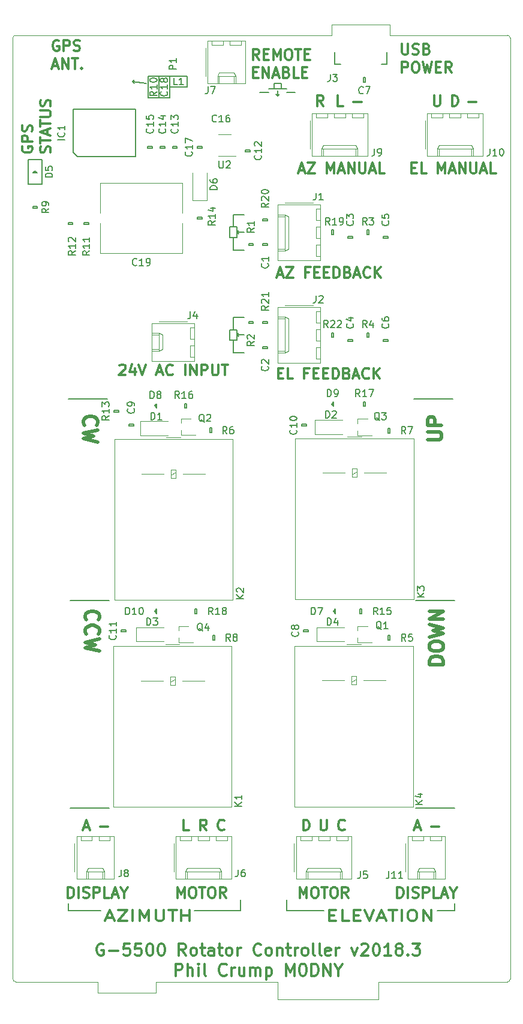
<source format=gto>
G04 #@! TF.GenerationSoftware,KiCad,Pcbnew,5.0.0-rc2-dev-unknown-54f14b0~63~ubuntu16.04.1*
G04 #@! TF.CreationDate,2018-04-02T00:46:52+01:00*
G04 #@! TF.ProjectId,g5500-ethernet-controller,67353530302D65746865726E65742D63,rev?*
G04 #@! TF.SameCoordinates,Original*
G04 #@! TF.FileFunction,Legend,Top*
G04 #@! TF.FilePolarity,Positive*
%FSLAX46Y46*%
G04 Gerber Fmt 4.6, Leading zero omitted, Abs format (unit mm)*
G04 Created by KiCad (PCBNEW 5.0.0-rc2-dev-unknown-54f14b0~63~ubuntu16.04.1) date Mon Apr  2 00:46:52 2018*
%MOMM*%
%LPD*%
G01*
G04 APERTURE LIST*
%ADD10C,0.200000*%
%ADD11C,0.500000*%
%ADD12C,0.300000*%
%ADD13C,0.120000*%
%ADD14C,0.150000*%
G04 APERTURE END LIST*
D10*
X74250000Y-35000000D02*
X74500000Y-35250000D01*
X74250000Y-35000000D02*
X74500000Y-34750000D01*
X82000000Y-35750000D02*
X79500000Y-35750000D01*
X82000000Y-34250000D02*
X82000000Y-35750000D01*
X79500000Y-34250000D02*
X82000000Y-34250000D01*
X79500000Y-37250000D02*
X78000000Y-37250000D01*
X79500000Y-34250000D02*
X79500000Y-37250000D01*
X78000000Y-34250000D02*
X79500000Y-34250000D01*
X76500000Y-34250000D02*
X78000000Y-34250000D01*
X76500000Y-37250000D02*
X76500000Y-34250000D01*
X78000000Y-37250000D02*
X76500000Y-37250000D01*
X78000000Y-34250000D02*
X78000000Y-37250000D01*
X76250000Y-35250000D02*
X74250000Y-35000000D01*
X65500000Y-137500000D02*
X71000000Y-137500000D01*
X114250000Y-137500000D02*
X119750000Y-137500000D01*
D11*
X118154761Y-117261904D02*
X116154761Y-117261904D01*
X116154761Y-116785714D01*
X116250000Y-116500000D01*
X116440476Y-116309523D01*
X116630952Y-116214285D01*
X117011904Y-116119047D01*
X117297619Y-116119047D01*
X117678571Y-116214285D01*
X117869047Y-116309523D01*
X118059523Y-116500000D01*
X118154761Y-116785714D01*
X118154761Y-117261904D01*
X116154761Y-114880952D02*
X116154761Y-114500000D01*
X116250000Y-114309523D01*
X116440476Y-114119047D01*
X116821428Y-114023809D01*
X117488095Y-114023809D01*
X117869047Y-114119047D01*
X118059523Y-114309523D01*
X118154761Y-114500000D01*
X118154761Y-114880952D01*
X118059523Y-115071428D01*
X117869047Y-115261904D01*
X117488095Y-115357142D01*
X116821428Y-115357142D01*
X116440476Y-115261904D01*
X116250000Y-115071428D01*
X116154761Y-114880952D01*
X116154761Y-113357142D02*
X118154761Y-112880952D01*
X116726190Y-112500000D01*
X118154761Y-112119047D01*
X116154761Y-111642857D01*
X118154761Y-110880952D02*
X116154761Y-110880952D01*
X118154761Y-109738095D01*
X116154761Y-109738095D01*
D10*
X114250000Y-108250000D02*
X119750000Y-108250000D01*
X114000000Y-79750000D02*
X119500000Y-79750000D01*
D11*
X115904761Y-85571428D02*
X117523809Y-85571428D01*
X117714285Y-85476190D01*
X117809523Y-85380952D01*
X117904761Y-85190476D01*
X117904761Y-84809523D01*
X117809523Y-84619047D01*
X117714285Y-84523809D01*
X117523809Y-84428571D01*
X115904761Y-84428571D01*
X117904761Y-83476190D02*
X115904761Y-83476190D01*
X115904761Y-82714285D01*
X116000000Y-82523809D01*
X116095238Y-82428571D01*
X116285714Y-82333333D01*
X116571428Y-82333333D01*
X116761904Y-82428571D01*
X116857142Y-82523809D01*
X116952380Y-82714285D01*
X116952380Y-83476190D01*
D10*
X65500000Y-108250000D02*
X71000000Y-108250000D01*
D11*
X67785714Y-110976190D02*
X67690476Y-110880952D01*
X67595238Y-110595238D01*
X67595238Y-110404761D01*
X67690476Y-110119047D01*
X67880952Y-109928571D01*
X68071428Y-109833333D01*
X68452380Y-109738095D01*
X68738095Y-109738095D01*
X69119047Y-109833333D01*
X69309523Y-109928571D01*
X69500000Y-110119047D01*
X69595238Y-110404761D01*
X69595238Y-110595238D01*
X69500000Y-110880952D01*
X69404761Y-110976190D01*
X67785714Y-112976190D02*
X67690476Y-112880952D01*
X67595238Y-112595238D01*
X67595238Y-112404761D01*
X67690476Y-112119047D01*
X67880952Y-111928571D01*
X68071428Y-111833333D01*
X68452380Y-111738095D01*
X68738095Y-111738095D01*
X69119047Y-111833333D01*
X69309523Y-111928571D01*
X69500000Y-112119047D01*
X69595238Y-112404761D01*
X69595238Y-112595238D01*
X69500000Y-112880952D01*
X69404761Y-112976190D01*
X69595238Y-113642857D02*
X67595238Y-114119047D01*
X69023809Y-114500000D01*
X67595238Y-114880952D01*
X69595238Y-115357142D01*
X67535714Y-83476190D02*
X67440476Y-83380952D01*
X67345238Y-83095238D01*
X67345238Y-82904761D01*
X67440476Y-82619047D01*
X67630952Y-82428571D01*
X67821428Y-82333333D01*
X68202380Y-82238095D01*
X68488095Y-82238095D01*
X68869047Y-82333333D01*
X69059523Y-82428571D01*
X69250000Y-82619047D01*
X69345238Y-82904761D01*
X69345238Y-83095238D01*
X69250000Y-83380952D01*
X69154761Y-83476190D01*
X69345238Y-84142857D02*
X67345238Y-84619047D01*
X68773809Y-85000000D01*
X67345238Y-85380952D01*
X69345238Y-85857142D01*
D10*
X65250000Y-79750000D02*
X70750000Y-79750000D01*
D12*
X100821428Y-139178571D02*
X100821428Y-140392857D01*
X100892857Y-140535714D01*
X100964285Y-140607142D01*
X101107142Y-140678571D01*
X101392857Y-140678571D01*
X101535714Y-140607142D01*
X101607142Y-140535714D01*
X101678571Y-140392857D01*
X101678571Y-139178571D01*
X98357142Y-140678571D02*
X98357142Y-139178571D01*
X98714285Y-139178571D01*
X98928571Y-139250000D01*
X99071428Y-139392857D01*
X99142857Y-139535714D01*
X99214285Y-139821428D01*
X99214285Y-140035714D01*
X99142857Y-140321428D01*
X99071428Y-140464285D01*
X98928571Y-140607142D01*
X98714285Y-140678571D01*
X98357142Y-140678571D01*
X104214285Y-140535714D02*
X104142857Y-140607142D01*
X103928571Y-140678571D01*
X103785714Y-140678571D01*
X103571428Y-140607142D01*
X103428571Y-140464285D01*
X103357142Y-140321428D01*
X103285714Y-140035714D01*
X103285714Y-139821428D01*
X103357142Y-139535714D01*
X103428571Y-139392857D01*
X103571428Y-139250000D01*
X103785714Y-139178571D01*
X103928571Y-139178571D01*
X104142857Y-139250000D01*
X104214285Y-139321428D01*
X82214285Y-140678571D02*
X81500000Y-140678571D01*
X81500000Y-139178571D01*
X84714285Y-140678571D02*
X84214285Y-139964285D01*
X83857142Y-140678571D02*
X83857142Y-139178571D01*
X84428571Y-139178571D01*
X84571428Y-139250000D01*
X84642857Y-139321428D01*
X84714285Y-139464285D01*
X84714285Y-139678571D01*
X84642857Y-139821428D01*
X84571428Y-139892857D01*
X84428571Y-139964285D01*
X83857142Y-139964285D01*
X87214285Y-140535714D02*
X87142857Y-140607142D01*
X86928571Y-140678571D01*
X86785714Y-140678571D01*
X86571428Y-140607142D01*
X86428571Y-140464285D01*
X86357142Y-140321428D01*
X86285714Y-140035714D01*
X86285714Y-139821428D01*
X86357142Y-139535714D01*
X86428571Y-139392857D01*
X86571428Y-139250000D01*
X86785714Y-139178571D01*
X86928571Y-139178571D01*
X87142857Y-139250000D01*
X87214285Y-139321428D01*
D10*
X95000000Y-36750000D02*
X94750000Y-37000000D01*
X94500000Y-36750000D02*
X94750000Y-37000000D01*
X94750000Y-36250000D02*
X94750000Y-37000000D01*
X89000000Y-56250000D02*
X89250000Y-56500000D01*
X89000000Y-56250000D02*
X90000000Y-56250000D01*
X89000000Y-57000000D02*
X89000000Y-55500000D01*
X88000000Y-57000000D02*
X89000000Y-57000000D01*
X89000000Y-56250000D02*
X89250000Y-56000000D01*
X88500000Y-53750000D02*
X88500000Y-55500000D01*
X88000000Y-55500000D02*
X88000000Y-57000000D01*
X90000000Y-53750000D02*
X88500000Y-53750000D01*
X88500000Y-57000000D02*
X88500000Y-58750000D01*
X89250000Y-56000000D02*
X89000000Y-56250000D01*
X90000000Y-56250000D02*
X89000000Y-56250000D01*
X89000000Y-55500000D02*
X88500000Y-55500000D01*
X88500000Y-58750000D02*
X90000000Y-58750000D01*
X88500000Y-55500000D02*
X88000000Y-55500000D01*
X88500000Y-73250000D02*
X90000000Y-73250000D01*
X88500000Y-71500000D02*
X88500000Y-73250000D01*
X89000000Y-70750000D02*
X89250000Y-71000000D01*
X89250000Y-70500000D02*
X89000000Y-70750000D01*
X89000000Y-70750000D02*
X89250000Y-70500000D01*
X90000000Y-70750000D02*
X89000000Y-70750000D01*
X89000000Y-70750000D02*
X90000000Y-70750000D01*
X89000000Y-70000000D02*
X88500000Y-70000000D01*
X89000000Y-71500000D02*
X89000000Y-70000000D01*
X88000000Y-71500000D02*
X89000000Y-71500000D01*
X88000000Y-70000000D02*
X88000000Y-71500000D01*
X88500000Y-70000000D02*
X88000000Y-70000000D01*
X88500000Y-68250000D02*
X88500000Y-70000000D01*
X90000000Y-68250000D02*
X88500000Y-68250000D01*
X96000000Y-36500000D02*
X97250000Y-36500000D01*
X93500000Y-36500000D02*
X92250000Y-36500000D01*
X95250000Y-35250000D02*
X95250000Y-36000000D01*
X94250000Y-35250000D02*
X95250000Y-35250000D01*
X94250000Y-36000000D02*
X94250000Y-35250000D01*
X93500000Y-36000000D02*
X96000000Y-36000000D01*
D12*
X101214285Y-38428571D02*
X100714285Y-37714285D01*
X100357142Y-38428571D02*
X100357142Y-36928571D01*
X100928571Y-36928571D01*
X101071428Y-37000000D01*
X101142857Y-37071428D01*
X101214285Y-37214285D01*
X101214285Y-37428571D01*
X101142857Y-37571428D01*
X101071428Y-37642857D01*
X100928571Y-37714285D01*
X100357142Y-37714285D01*
X103964285Y-38428571D02*
X103250000Y-38428571D01*
X103250000Y-36928571D01*
X116821428Y-36928571D02*
X116821428Y-38142857D01*
X116892857Y-38285714D01*
X116964285Y-38357142D01*
X117107142Y-38428571D01*
X117392857Y-38428571D01*
X117535714Y-38357142D01*
X117607142Y-38285714D01*
X117678571Y-38142857D01*
X117678571Y-36928571D01*
X119357142Y-38428571D02*
X119357142Y-36928571D01*
X119714285Y-36928571D01*
X119928571Y-37000000D01*
X120071428Y-37142857D01*
X120142857Y-37285714D01*
X120214285Y-37571428D01*
X120214285Y-37785714D01*
X120142857Y-38071428D01*
X120071428Y-38214285D01*
X119928571Y-38357142D01*
X119714285Y-38428571D01*
X119357142Y-38428571D01*
X121678571Y-37857142D02*
X122821428Y-37857142D01*
X105428571Y-37857142D02*
X106571428Y-37857142D01*
X114142857Y-140250000D02*
X114857142Y-140250000D01*
X114000000Y-140678571D02*
X114500000Y-139178571D01*
X115000000Y-140678571D01*
X67392857Y-140250000D02*
X68107142Y-140250000D01*
X67250000Y-140678571D02*
X67750000Y-139178571D01*
X68250000Y-140678571D01*
X69678571Y-140107142D02*
X70821428Y-140107142D01*
X116428571Y-140107142D02*
X117571428Y-140107142D01*
D10*
X119750000Y-152000000D02*
X119750000Y-151000000D01*
X65250000Y-152000000D02*
X65250000Y-151000000D01*
X89500000Y-152000000D02*
X89500000Y-150500000D01*
X96000000Y-152000000D02*
X96000000Y-150500000D01*
X117250000Y-152000000D02*
X119750000Y-152000000D01*
X96000000Y-152000000D02*
X101250000Y-152000000D01*
X83000000Y-152000000D02*
X89500000Y-152000000D01*
X65250000Y-152000000D02*
X69750000Y-152000000D01*
D12*
X102059523Y-152642857D02*
X102726190Y-152642857D01*
X103011904Y-153428571D02*
X102059523Y-153428571D01*
X102059523Y-151928571D01*
X103011904Y-151928571D01*
X104821428Y-153428571D02*
X103869047Y-153428571D01*
X103869047Y-151928571D01*
X105488095Y-152642857D02*
X106154761Y-152642857D01*
X106440476Y-153428571D02*
X105488095Y-153428571D01*
X105488095Y-151928571D01*
X106440476Y-151928571D01*
X107011904Y-151928571D02*
X107678571Y-153428571D01*
X108345238Y-151928571D01*
X108916666Y-153000000D02*
X109869047Y-153000000D01*
X108726190Y-153428571D02*
X109392857Y-151928571D01*
X110059523Y-153428571D01*
X110440476Y-151928571D02*
X111583333Y-151928571D01*
X111011904Y-153428571D02*
X111011904Y-151928571D01*
X112250000Y-153428571D02*
X112250000Y-151928571D01*
X113583333Y-151928571D02*
X113964285Y-151928571D01*
X114154761Y-152000000D01*
X114345238Y-152142857D01*
X114440476Y-152428571D01*
X114440476Y-152928571D01*
X114345238Y-153214285D01*
X114154761Y-153357142D01*
X113964285Y-153428571D01*
X113583333Y-153428571D01*
X113392857Y-153357142D01*
X113202380Y-153214285D01*
X113107142Y-152928571D01*
X113107142Y-152428571D01*
X113202380Y-152142857D01*
X113392857Y-152000000D01*
X113583333Y-151928571D01*
X115297619Y-153428571D02*
X115297619Y-151928571D01*
X116440476Y-153428571D01*
X116440476Y-151928571D01*
X70595238Y-153000000D02*
X71547619Y-153000000D01*
X70404761Y-153428571D02*
X71071428Y-151928571D01*
X71738095Y-153428571D01*
X72214285Y-151928571D02*
X73547619Y-151928571D01*
X72214285Y-153428571D01*
X73547619Y-153428571D01*
X74309523Y-153428571D02*
X74309523Y-151928571D01*
X75261904Y-153428571D02*
X75261904Y-151928571D01*
X75928571Y-153000000D01*
X76595238Y-151928571D01*
X76595238Y-153428571D01*
X77547619Y-151928571D02*
X77547619Y-153142857D01*
X77642857Y-153285714D01*
X77738095Y-153357142D01*
X77928571Y-153428571D01*
X78309523Y-153428571D01*
X78500000Y-153357142D01*
X78595238Y-153285714D01*
X78690476Y-153142857D01*
X78690476Y-151928571D01*
X79357142Y-151928571D02*
X80500000Y-151928571D01*
X79928571Y-153428571D02*
X79928571Y-151928571D01*
X81166666Y-153428571D02*
X81166666Y-151928571D01*
X81166666Y-152642857D02*
X82309523Y-152642857D01*
X82309523Y-153428571D02*
X82309523Y-151928571D01*
X70142857Y-156725000D02*
X69980952Y-156644047D01*
X69738095Y-156644047D01*
X69495238Y-156725000D01*
X69333333Y-156886904D01*
X69252380Y-157048809D01*
X69171428Y-157372619D01*
X69171428Y-157615476D01*
X69252380Y-157939285D01*
X69333333Y-158101190D01*
X69495238Y-158263095D01*
X69738095Y-158344047D01*
X69900000Y-158344047D01*
X70142857Y-158263095D01*
X70223809Y-158182142D01*
X70223809Y-157615476D01*
X69900000Y-157615476D01*
X70952380Y-157696428D02*
X72247619Y-157696428D01*
X73866666Y-156644047D02*
X73057142Y-156644047D01*
X72976190Y-157453571D01*
X73057142Y-157372619D01*
X73219047Y-157291666D01*
X73623809Y-157291666D01*
X73785714Y-157372619D01*
X73866666Y-157453571D01*
X73947619Y-157615476D01*
X73947619Y-158020238D01*
X73866666Y-158182142D01*
X73785714Y-158263095D01*
X73623809Y-158344047D01*
X73219047Y-158344047D01*
X73057142Y-158263095D01*
X72976190Y-158182142D01*
X75485714Y-156644047D02*
X74676190Y-156644047D01*
X74595238Y-157453571D01*
X74676190Y-157372619D01*
X74838095Y-157291666D01*
X75242857Y-157291666D01*
X75404761Y-157372619D01*
X75485714Y-157453571D01*
X75566666Y-157615476D01*
X75566666Y-158020238D01*
X75485714Y-158182142D01*
X75404761Y-158263095D01*
X75242857Y-158344047D01*
X74838095Y-158344047D01*
X74676190Y-158263095D01*
X74595238Y-158182142D01*
X76619047Y-156644047D02*
X76780952Y-156644047D01*
X76942857Y-156725000D01*
X77023809Y-156805952D01*
X77104761Y-156967857D01*
X77185714Y-157291666D01*
X77185714Y-157696428D01*
X77104761Y-158020238D01*
X77023809Y-158182142D01*
X76942857Y-158263095D01*
X76780952Y-158344047D01*
X76619047Y-158344047D01*
X76457142Y-158263095D01*
X76376190Y-158182142D01*
X76295238Y-158020238D01*
X76214285Y-157696428D01*
X76214285Y-157291666D01*
X76295238Y-156967857D01*
X76376190Y-156805952D01*
X76457142Y-156725000D01*
X76619047Y-156644047D01*
X78238095Y-156644047D02*
X78400000Y-156644047D01*
X78561904Y-156725000D01*
X78642857Y-156805952D01*
X78723809Y-156967857D01*
X78804761Y-157291666D01*
X78804761Y-157696428D01*
X78723809Y-158020238D01*
X78642857Y-158182142D01*
X78561904Y-158263095D01*
X78400000Y-158344047D01*
X78238095Y-158344047D01*
X78076190Y-158263095D01*
X77995238Y-158182142D01*
X77914285Y-158020238D01*
X77833333Y-157696428D01*
X77833333Y-157291666D01*
X77914285Y-156967857D01*
X77995238Y-156805952D01*
X78076190Y-156725000D01*
X78238095Y-156644047D01*
X81800000Y-158344047D02*
X81233333Y-157534523D01*
X80828571Y-158344047D02*
X80828571Y-156644047D01*
X81476190Y-156644047D01*
X81638095Y-156725000D01*
X81719047Y-156805952D01*
X81800000Y-156967857D01*
X81800000Y-157210714D01*
X81719047Y-157372619D01*
X81638095Y-157453571D01*
X81476190Y-157534523D01*
X80828571Y-157534523D01*
X82771428Y-158344047D02*
X82609523Y-158263095D01*
X82528571Y-158182142D01*
X82447619Y-158020238D01*
X82447619Y-157534523D01*
X82528571Y-157372619D01*
X82609523Y-157291666D01*
X82771428Y-157210714D01*
X83014285Y-157210714D01*
X83176190Y-157291666D01*
X83257142Y-157372619D01*
X83338095Y-157534523D01*
X83338095Y-158020238D01*
X83257142Y-158182142D01*
X83176190Y-158263095D01*
X83014285Y-158344047D01*
X82771428Y-158344047D01*
X83823809Y-157210714D02*
X84471428Y-157210714D01*
X84066666Y-156644047D02*
X84066666Y-158101190D01*
X84147619Y-158263095D01*
X84309523Y-158344047D01*
X84471428Y-158344047D01*
X85766666Y-158344047D02*
X85766666Y-157453571D01*
X85685714Y-157291666D01*
X85523809Y-157210714D01*
X85200000Y-157210714D01*
X85038095Y-157291666D01*
X85766666Y-158263095D02*
X85604761Y-158344047D01*
X85200000Y-158344047D01*
X85038095Y-158263095D01*
X84957142Y-158101190D01*
X84957142Y-157939285D01*
X85038095Y-157777380D01*
X85200000Y-157696428D01*
X85604761Y-157696428D01*
X85766666Y-157615476D01*
X86333333Y-157210714D02*
X86980952Y-157210714D01*
X86576190Y-156644047D02*
X86576190Y-158101190D01*
X86657142Y-158263095D01*
X86819047Y-158344047D01*
X86980952Y-158344047D01*
X87790476Y-158344047D02*
X87628571Y-158263095D01*
X87547619Y-158182142D01*
X87466666Y-158020238D01*
X87466666Y-157534523D01*
X87547619Y-157372619D01*
X87628571Y-157291666D01*
X87790476Y-157210714D01*
X88033333Y-157210714D01*
X88195238Y-157291666D01*
X88276190Y-157372619D01*
X88357142Y-157534523D01*
X88357142Y-158020238D01*
X88276190Y-158182142D01*
X88195238Y-158263095D01*
X88033333Y-158344047D01*
X87790476Y-158344047D01*
X89085714Y-158344047D02*
X89085714Y-157210714D01*
X89085714Y-157534523D02*
X89166666Y-157372619D01*
X89247619Y-157291666D01*
X89409523Y-157210714D01*
X89571428Y-157210714D01*
X92404761Y-158182142D02*
X92323809Y-158263095D01*
X92080952Y-158344047D01*
X91919047Y-158344047D01*
X91676190Y-158263095D01*
X91514285Y-158101190D01*
X91433333Y-157939285D01*
X91352380Y-157615476D01*
X91352380Y-157372619D01*
X91433333Y-157048809D01*
X91514285Y-156886904D01*
X91676190Y-156725000D01*
X91919047Y-156644047D01*
X92080952Y-156644047D01*
X92323809Y-156725000D01*
X92404761Y-156805952D01*
X93376190Y-158344047D02*
X93214285Y-158263095D01*
X93133333Y-158182142D01*
X93052380Y-158020238D01*
X93052380Y-157534523D01*
X93133333Y-157372619D01*
X93214285Y-157291666D01*
X93376190Y-157210714D01*
X93619047Y-157210714D01*
X93780952Y-157291666D01*
X93861904Y-157372619D01*
X93942857Y-157534523D01*
X93942857Y-158020238D01*
X93861904Y-158182142D01*
X93780952Y-158263095D01*
X93619047Y-158344047D01*
X93376190Y-158344047D01*
X94671428Y-157210714D02*
X94671428Y-158344047D01*
X94671428Y-157372619D02*
X94752380Y-157291666D01*
X94914285Y-157210714D01*
X95157142Y-157210714D01*
X95319047Y-157291666D01*
X95400000Y-157453571D01*
X95400000Y-158344047D01*
X95966666Y-157210714D02*
X96614285Y-157210714D01*
X96209523Y-156644047D02*
X96209523Y-158101190D01*
X96290476Y-158263095D01*
X96452380Y-158344047D01*
X96614285Y-158344047D01*
X97180952Y-158344047D02*
X97180952Y-157210714D01*
X97180952Y-157534523D02*
X97261904Y-157372619D01*
X97342857Y-157291666D01*
X97504761Y-157210714D01*
X97666666Y-157210714D01*
X98476190Y-158344047D02*
X98314285Y-158263095D01*
X98233333Y-158182142D01*
X98152380Y-158020238D01*
X98152380Y-157534523D01*
X98233333Y-157372619D01*
X98314285Y-157291666D01*
X98476190Y-157210714D01*
X98719047Y-157210714D01*
X98880952Y-157291666D01*
X98961904Y-157372619D01*
X99042857Y-157534523D01*
X99042857Y-158020238D01*
X98961904Y-158182142D01*
X98880952Y-158263095D01*
X98719047Y-158344047D01*
X98476190Y-158344047D01*
X100014285Y-158344047D02*
X99852380Y-158263095D01*
X99771428Y-158101190D01*
X99771428Y-156644047D01*
X100904761Y-158344047D02*
X100742857Y-158263095D01*
X100661904Y-158101190D01*
X100661904Y-156644047D01*
X102200000Y-158263095D02*
X102038095Y-158344047D01*
X101714285Y-158344047D01*
X101552380Y-158263095D01*
X101471428Y-158101190D01*
X101471428Y-157453571D01*
X101552380Y-157291666D01*
X101714285Y-157210714D01*
X102038095Y-157210714D01*
X102200000Y-157291666D01*
X102280952Y-157453571D01*
X102280952Y-157615476D01*
X101471428Y-157777380D01*
X103009523Y-158344047D02*
X103009523Y-157210714D01*
X103009523Y-157534523D02*
X103090476Y-157372619D01*
X103171428Y-157291666D01*
X103333333Y-157210714D01*
X103495238Y-157210714D01*
X105195238Y-157210714D02*
X105600000Y-158344047D01*
X106004761Y-157210714D01*
X106571428Y-156805952D02*
X106652380Y-156725000D01*
X106814285Y-156644047D01*
X107219047Y-156644047D01*
X107380952Y-156725000D01*
X107461904Y-156805952D01*
X107542857Y-156967857D01*
X107542857Y-157129761D01*
X107461904Y-157372619D01*
X106490476Y-158344047D01*
X107542857Y-158344047D01*
X108595238Y-156644047D02*
X108757142Y-156644047D01*
X108919047Y-156725000D01*
X109000000Y-156805952D01*
X109080952Y-156967857D01*
X109161904Y-157291666D01*
X109161904Y-157696428D01*
X109080952Y-158020238D01*
X109000000Y-158182142D01*
X108919047Y-158263095D01*
X108757142Y-158344047D01*
X108595238Y-158344047D01*
X108433333Y-158263095D01*
X108352380Y-158182142D01*
X108271428Y-158020238D01*
X108190476Y-157696428D01*
X108190476Y-157291666D01*
X108271428Y-156967857D01*
X108352380Y-156805952D01*
X108433333Y-156725000D01*
X108595238Y-156644047D01*
X110780952Y-158344047D02*
X109809523Y-158344047D01*
X110295238Y-158344047D02*
X110295238Y-156644047D01*
X110133333Y-156886904D01*
X109971428Y-157048809D01*
X109809523Y-157129761D01*
X111752380Y-157372619D02*
X111590476Y-157291666D01*
X111509523Y-157210714D01*
X111428571Y-157048809D01*
X111428571Y-156967857D01*
X111509523Y-156805952D01*
X111590476Y-156725000D01*
X111752380Y-156644047D01*
X112076190Y-156644047D01*
X112238095Y-156725000D01*
X112319047Y-156805952D01*
X112400000Y-156967857D01*
X112400000Y-157048809D01*
X112319047Y-157210714D01*
X112238095Y-157291666D01*
X112076190Y-157372619D01*
X111752380Y-157372619D01*
X111590476Y-157453571D01*
X111509523Y-157534523D01*
X111428571Y-157696428D01*
X111428571Y-158020238D01*
X111509523Y-158182142D01*
X111590476Y-158263095D01*
X111752380Y-158344047D01*
X112076190Y-158344047D01*
X112238095Y-158263095D01*
X112319047Y-158182142D01*
X112400000Y-158020238D01*
X112400000Y-157696428D01*
X112319047Y-157534523D01*
X112238095Y-157453571D01*
X112076190Y-157372619D01*
X113128571Y-158182142D02*
X113209523Y-158263095D01*
X113128571Y-158344047D01*
X113047619Y-158263095D01*
X113128571Y-158182142D01*
X113128571Y-158344047D01*
X113776190Y-156644047D02*
X114828571Y-156644047D01*
X114261904Y-157291666D01*
X114504761Y-157291666D01*
X114666666Y-157372619D01*
X114747619Y-157453571D01*
X114828571Y-157615476D01*
X114828571Y-158020238D01*
X114747619Y-158182142D01*
X114666666Y-158263095D01*
X114504761Y-158344047D01*
X114019047Y-158344047D01*
X113857142Y-158263095D01*
X113776190Y-158182142D01*
X80342857Y-161194047D02*
X80342857Y-159494047D01*
X80990476Y-159494047D01*
X81152380Y-159575000D01*
X81233333Y-159655952D01*
X81314285Y-159817857D01*
X81314285Y-160060714D01*
X81233333Y-160222619D01*
X81152380Y-160303571D01*
X80990476Y-160384523D01*
X80342857Y-160384523D01*
X82042857Y-161194047D02*
X82042857Y-159494047D01*
X82771428Y-161194047D02*
X82771428Y-160303571D01*
X82690476Y-160141666D01*
X82528571Y-160060714D01*
X82285714Y-160060714D01*
X82123809Y-160141666D01*
X82042857Y-160222619D01*
X83580952Y-161194047D02*
X83580952Y-160060714D01*
X83580952Y-159494047D02*
X83500000Y-159575000D01*
X83580952Y-159655952D01*
X83661904Y-159575000D01*
X83580952Y-159494047D01*
X83580952Y-159655952D01*
X84633333Y-161194047D02*
X84471428Y-161113095D01*
X84390476Y-160951190D01*
X84390476Y-159494047D01*
X87547619Y-161032142D02*
X87466666Y-161113095D01*
X87223809Y-161194047D01*
X87061904Y-161194047D01*
X86819047Y-161113095D01*
X86657142Y-160951190D01*
X86576190Y-160789285D01*
X86495238Y-160465476D01*
X86495238Y-160222619D01*
X86576190Y-159898809D01*
X86657142Y-159736904D01*
X86819047Y-159575000D01*
X87061904Y-159494047D01*
X87223809Y-159494047D01*
X87466666Y-159575000D01*
X87547619Y-159655952D01*
X88276190Y-161194047D02*
X88276190Y-160060714D01*
X88276190Y-160384523D02*
X88357142Y-160222619D01*
X88438095Y-160141666D01*
X88600000Y-160060714D01*
X88761904Y-160060714D01*
X90057142Y-160060714D02*
X90057142Y-161194047D01*
X89328571Y-160060714D02*
X89328571Y-160951190D01*
X89409523Y-161113095D01*
X89571428Y-161194047D01*
X89814285Y-161194047D01*
X89976190Y-161113095D01*
X90057142Y-161032142D01*
X90866666Y-161194047D02*
X90866666Y-160060714D01*
X90866666Y-160222619D02*
X90947619Y-160141666D01*
X91109523Y-160060714D01*
X91352380Y-160060714D01*
X91514285Y-160141666D01*
X91595238Y-160303571D01*
X91595238Y-161194047D01*
X91595238Y-160303571D02*
X91676190Y-160141666D01*
X91838095Y-160060714D01*
X92080952Y-160060714D01*
X92242857Y-160141666D01*
X92323809Y-160303571D01*
X92323809Y-161194047D01*
X93133333Y-160060714D02*
X93133333Y-161760714D01*
X93133333Y-160141666D02*
X93295238Y-160060714D01*
X93619047Y-160060714D01*
X93780952Y-160141666D01*
X93861904Y-160222619D01*
X93942857Y-160384523D01*
X93942857Y-160870238D01*
X93861904Y-161032142D01*
X93780952Y-161113095D01*
X93619047Y-161194047D01*
X93295238Y-161194047D01*
X93133333Y-161113095D01*
X95966666Y-161194047D02*
X95966666Y-159494047D01*
X96533333Y-160708333D01*
X97100000Y-159494047D01*
X97100000Y-161194047D01*
X98233333Y-159494047D02*
X98395238Y-159494047D01*
X98557142Y-159575000D01*
X98638095Y-159655952D01*
X98719047Y-159817857D01*
X98800000Y-160141666D01*
X98800000Y-160546428D01*
X98719047Y-160870238D01*
X98638095Y-161032142D01*
X98557142Y-161113095D01*
X98395238Y-161194047D01*
X98233333Y-161194047D01*
X98071428Y-161113095D01*
X97990476Y-161032142D01*
X97909523Y-160870238D01*
X97828571Y-160546428D01*
X97828571Y-160141666D01*
X97909523Y-159817857D01*
X97990476Y-159655952D01*
X98071428Y-159575000D01*
X98233333Y-159494047D01*
X99528571Y-161194047D02*
X99528571Y-159494047D01*
X99933333Y-159494047D01*
X100176190Y-159575000D01*
X100338095Y-159736904D01*
X100419047Y-159898809D01*
X100500000Y-160222619D01*
X100500000Y-160465476D01*
X100419047Y-160789285D01*
X100338095Y-160951190D01*
X100176190Y-161113095D01*
X99933333Y-161194047D01*
X99528571Y-161194047D01*
X101228571Y-161194047D02*
X101228571Y-159494047D01*
X102200000Y-161194047D01*
X102200000Y-159494047D01*
X103333333Y-160384523D02*
X103333333Y-161194047D01*
X102766666Y-159494047D02*
X103333333Y-160384523D01*
X103900000Y-159494047D01*
D10*
X59500000Y-46000000D02*
X59500000Y-49500000D01*
X61500000Y-46000000D02*
X59500000Y-46000000D01*
X61500000Y-49500000D02*
X61500000Y-46000000D01*
X59500000Y-49500000D02*
X61500000Y-49500000D01*
D12*
X63837857Y-29225000D02*
X63695000Y-29153571D01*
X63480714Y-29153571D01*
X63266428Y-29225000D01*
X63123571Y-29367857D01*
X63052142Y-29510714D01*
X62980714Y-29796428D01*
X62980714Y-30010714D01*
X63052142Y-30296428D01*
X63123571Y-30439285D01*
X63266428Y-30582142D01*
X63480714Y-30653571D01*
X63623571Y-30653571D01*
X63837857Y-30582142D01*
X63909285Y-30510714D01*
X63909285Y-30010714D01*
X63623571Y-30010714D01*
X64552142Y-30653571D02*
X64552142Y-29153571D01*
X65123571Y-29153571D01*
X65266428Y-29225000D01*
X65337857Y-29296428D01*
X65409285Y-29439285D01*
X65409285Y-29653571D01*
X65337857Y-29796428D01*
X65266428Y-29867857D01*
X65123571Y-29939285D01*
X64552142Y-29939285D01*
X65980714Y-30582142D02*
X66195000Y-30653571D01*
X66552142Y-30653571D01*
X66695000Y-30582142D01*
X66766428Y-30510714D01*
X66837857Y-30367857D01*
X66837857Y-30225000D01*
X66766428Y-30082142D01*
X66695000Y-30010714D01*
X66552142Y-29939285D01*
X66266428Y-29867857D01*
X66123571Y-29796428D01*
X66052142Y-29725000D01*
X65980714Y-29582142D01*
X65980714Y-29439285D01*
X66052142Y-29296428D01*
X66123571Y-29225000D01*
X66266428Y-29153571D01*
X66623571Y-29153571D01*
X66837857Y-29225000D01*
X62980714Y-32775000D02*
X63695000Y-32775000D01*
X62837857Y-33203571D02*
X63337857Y-31703571D01*
X63837857Y-33203571D01*
X64337857Y-33203571D02*
X64337857Y-31703571D01*
X65195000Y-33203571D01*
X65195000Y-31703571D01*
X65695000Y-31703571D02*
X66552142Y-31703571D01*
X66123571Y-33203571D02*
X66123571Y-31703571D01*
X67052142Y-33060714D02*
X67123571Y-33132142D01*
X67052142Y-33203571D01*
X66980714Y-33132142D01*
X67052142Y-33060714D01*
X67052142Y-33203571D01*
X112302142Y-29653571D02*
X112302142Y-30867857D01*
X112373571Y-31010714D01*
X112445000Y-31082142D01*
X112587857Y-31153571D01*
X112873571Y-31153571D01*
X113016428Y-31082142D01*
X113087857Y-31010714D01*
X113159285Y-30867857D01*
X113159285Y-29653571D01*
X113802142Y-31082142D02*
X114016428Y-31153571D01*
X114373571Y-31153571D01*
X114516428Y-31082142D01*
X114587857Y-31010714D01*
X114659285Y-30867857D01*
X114659285Y-30725000D01*
X114587857Y-30582142D01*
X114516428Y-30510714D01*
X114373571Y-30439285D01*
X114087857Y-30367857D01*
X113945000Y-30296428D01*
X113873571Y-30225000D01*
X113802142Y-30082142D01*
X113802142Y-29939285D01*
X113873571Y-29796428D01*
X113945000Y-29725000D01*
X114087857Y-29653571D01*
X114445000Y-29653571D01*
X114659285Y-29725000D01*
X115802142Y-30367857D02*
X116016428Y-30439285D01*
X116087857Y-30510714D01*
X116159285Y-30653571D01*
X116159285Y-30867857D01*
X116087857Y-31010714D01*
X116016428Y-31082142D01*
X115873571Y-31153571D01*
X115302142Y-31153571D01*
X115302142Y-29653571D01*
X115802142Y-29653571D01*
X115945000Y-29725000D01*
X116016428Y-29796428D01*
X116087857Y-29939285D01*
X116087857Y-30082142D01*
X116016428Y-30225000D01*
X115945000Y-30296428D01*
X115802142Y-30367857D01*
X115302142Y-30367857D01*
X112302142Y-33703571D02*
X112302142Y-32203571D01*
X112873571Y-32203571D01*
X113016428Y-32275000D01*
X113087857Y-32346428D01*
X113159285Y-32489285D01*
X113159285Y-32703571D01*
X113087857Y-32846428D01*
X113016428Y-32917857D01*
X112873571Y-32989285D01*
X112302142Y-32989285D01*
X114087857Y-32203571D02*
X114373571Y-32203571D01*
X114516428Y-32275000D01*
X114659285Y-32417857D01*
X114730714Y-32703571D01*
X114730714Y-33203571D01*
X114659285Y-33489285D01*
X114516428Y-33632142D01*
X114373571Y-33703571D01*
X114087857Y-33703571D01*
X113945000Y-33632142D01*
X113802142Y-33489285D01*
X113730714Y-33203571D01*
X113730714Y-32703571D01*
X113802142Y-32417857D01*
X113945000Y-32275000D01*
X114087857Y-32203571D01*
X115230714Y-32203571D02*
X115587857Y-33703571D01*
X115873571Y-32632142D01*
X116159285Y-33703571D01*
X116516428Y-32203571D01*
X117087857Y-32917857D02*
X117587857Y-32917857D01*
X117802142Y-33703571D02*
X117087857Y-33703571D01*
X117087857Y-32203571D01*
X117802142Y-32203571D01*
X119302142Y-33703571D02*
X118802142Y-32989285D01*
X118445000Y-33703571D02*
X118445000Y-32203571D01*
X119016428Y-32203571D01*
X119159285Y-32275000D01*
X119230714Y-32346428D01*
X119302142Y-32489285D01*
X119302142Y-32703571D01*
X119230714Y-32846428D01*
X119159285Y-32917857D01*
X119016428Y-32989285D01*
X118445000Y-32989285D01*
X111642857Y-150178571D02*
X111642857Y-148678571D01*
X112000000Y-148678571D01*
X112214285Y-148750000D01*
X112357142Y-148892857D01*
X112428571Y-149035714D01*
X112500000Y-149321428D01*
X112500000Y-149535714D01*
X112428571Y-149821428D01*
X112357142Y-149964285D01*
X112214285Y-150107142D01*
X112000000Y-150178571D01*
X111642857Y-150178571D01*
X113142857Y-150178571D02*
X113142857Y-148678571D01*
X113785714Y-150107142D02*
X114000000Y-150178571D01*
X114357142Y-150178571D01*
X114500000Y-150107142D01*
X114571428Y-150035714D01*
X114642857Y-149892857D01*
X114642857Y-149750000D01*
X114571428Y-149607142D01*
X114500000Y-149535714D01*
X114357142Y-149464285D01*
X114071428Y-149392857D01*
X113928571Y-149321428D01*
X113857142Y-149250000D01*
X113785714Y-149107142D01*
X113785714Y-148964285D01*
X113857142Y-148821428D01*
X113928571Y-148750000D01*
X114071428Y-148678571D01*
X114428571Y-148678571D01*
X114642857Y-148750000D01*
X115285714Y-150178571D02*
X115285714Y-148678571D01*
X115857142Y-148678571D01*
X116000000Y-148750000D01*
X116071428Y-148821428D01*
X116142857Y-148964285D01*
X116142857Y-149178571D01*
X116071428Y-149321428D01*
X116000000Y-149392857D01*
X115857142Y-149464285D01*
X115285714Y-149464285D01*
X117500000Y-150178571D02*
X116785714Y-150178571D01*
X116785714Y-148678571D01*
X117928571Y-149750000D02*
X118642857Y-149750000D01*
X117785714Y-150178571D02*
X118285714Y-148678571D01*
X118785714Y-150178571D01*
X119571428Y-149464285D02*
X119571428Y-150178571D01*
X119071428Y-148678571D02*
X119571428Y-149464285D01*
X120071428Y-148678571D01*
X65142857Y-150178571D02*
X65142857Y-148678571D01*
X65500000Y-148678571D01*
X65714285Y-148750000D01*
X65857142Y-148892857D01*
X65928571Y-149035714D01*
X66000000Y-149321428D01*
X66000000Y-149535714D01*
X65928571Y-149821428D01*
X65857142Y-149964285D01*
X65714285Y-150107142D01*
X65500000Y-150178571D01*
X65142857Y-150178571D01*
X66642857Y-150178571D02*
X66642857Y-148678571D01*
X67285714Y-150107142D02*
X67500000Y-150178571D01*
X67857142Y-150178571D01*
X68000000Y-150107142D01*
X68071428Y-150035714D01*
X68142857Y-149892857D01*
X68142857Y-149750000D01*
X68071428Y-149607142D01*
X68000000Y-149535714D01*
X67857142Y-149464285D01*
X67571428Y-149392857D01*
X67428571Y-149321428D01*
X67357142Y-149250000D01*
X67285714Y-149107142D01*
X67285714Y-148964285D01*
X67357142Y-148821428D01*
X67428571Y-148750000D01*
X67571428Y-148678571D01*
X67928571Y-148678571D01*
X68142857Y-148750000D01*
X68785714Y-150178571D02*
X68785714Y-148678571D01*
X69357142Y-148678571D01*
X69500000Y-148750000D01*
X69571428Y-148821428D01*
X69642857Y-148964285D01*
X69642857Y-149178571D01*
X69571428Y-149321428D01*
X69500000Y-149392857D01*
X69357142Y-149464285D01*
X68785714Y-149464285D01*
X71000000Y-150178571D02*
X70285714Y-150178571D01*
X70285714Y-148678571D01*
X71428571Y-149750000D02*
X72142857Y-149750000D01*
X71285714Y-150178571D02*
X71785714Y-148678571D01*
X72285714Y-150178571D01*
X73071428Y-149464285D02*
X73071428Y-150178571D01*
X72571428Y-148678571D02*
X73071428Y-149464285D01*
X73571428Y-148678571D01*
X92159285Y-31903571D02*
X91659285Y-31189285D01*
X91302142Y-31903571D02*
X91302142Y-30403571D01*
X91873571Y-30403571D01*
X92016428Y-30475000D01*
X92087857Y-30546428D01*
X92159285Y-30689285D01*
X92159285Y-30903571D01*
X92087857Y-31046428D01*
X92016428Y-31117857D01*
X91873571Y-31189285D01*
X91302142Y-31189285D01*
X92802142Y-31117857D02*
X93302142Y-31117857D01*
X93516428Y-31903571D02*
X92802142Y-31903571D01*
X92802142Y-30403571D01*
X93516428Y-30403571D01*
X94159285Y-31903571D02*
X94159285Y-30403571D01*
X94659285Y-31475000D01*
X95159285Y-30403571D01*
X95159285Y-31903571D01*
X96159285Y-30403571D02*
X96445000Y-30403571D01*
X96587857Y-30475000D01*
X96730714Y-30617857D01*
X96802142Y-30903571D01*
X96802142Y-31403571D01*
X96730714Y-31689285D01*
X96587857Y-31832142D01*
X96445000Y-31903571D01*
X96159285Y-31903571D01*
X96016428Y-31832142D01*
X95873571Y-31689285D01*
X95802142Y-31403571D01*
X95802142Y-30903571D01*
X95873571Y-30617857D01*
X96016428Y-30475000D01*
X96159285Y-30403571D01*
X97230714Y-30403571D02*
X98087857Y-30403571D01*
X97659285Y-31903571D02*
X97659285Y-30403571D01*
X98587857Y-31117857D02*
X99087857Y-31117857D01*
X99302142Y-31903571D02*
X98587857Y-31903571D01*
X98587857Y-30403571D01*
X99302142Y-30403571D01*
X91302142Y-33667857D02*
X91802142Y-33667857D01*
X92016428Y-34453571D02*
X91302142Y-34453571D01*
X91302142Y-32953571D01*
X92016428Y-32953571D01*
X92659285Y-34453571D02*
X92659285Y-32953571D01*
X93516428Y-34453571D01*
X93516428Y-32953571D01*
X94159285Y-34025000D02*
X94873571Y-34025000D01*
X94016428Y-34453571D02*
X94516428Y-32953571D01*
X95016428Y-34453571D01*
X96016428Y-33667857D02*
X96230714Y-33739285D01*
X96302142Y-33810714D01*
X96373571Y-33953571D01*
X96373571Y-34167857D01*
X96302142Y-34310714D01*
X96230714Y-34382142D01*
X96087857Y-34453571D01*
X95516428Y-34453571D01*
X95516428Y-32953571D01*
X96016428Y-32953571D01*
X96159285Y-33025000D01*
X96230714Y-33096428D01*
X96302142Y-33239285D01*
X96302142Y-33382142D01*
X96230714Y-33525000D01*
X96159285Y-33596428D01*
X96016428Y-33667857D01*
X95516428Y-33667857D01*
X97730714Y-34453571D02*
X97016428Y-34453571D01*
X97016428Y-32953571D01*
X98230714Y-33667857D02*
X98730714Y-33667857D01*
X98945000Y-34453571D02*
X98230714Y-34453571D01*
X98230714Y-32953571D01*
X98945000Y-32953571D01*
X113678571Y-47142857D02*
X114178571Y-47142857D01*
X114392857Y-47928571D02*
X113678571Y-47928571D01*
X113678571Y-46428571D01*
X114392857Y-46428571D01*
X115750000Y-47928571D02*
X115035714Y-47928571D01*
X115035714Y-46428571D01*
X117392857Y-47928571D02*
X117392857Y-46428571D01*
X117892857Y-47500000D01*
X118392857Y-46428571D01*
X118392857Y-47928571D01*
X119035714Y-47500000D02*
X119750000Y-47500000D01*
X118892857Y-47928571D02*
X119392857Y-46428571D01*
X119892857Y-47928571D01*
X120392857Y-47928571D02*
X120392857Y-46428571D01*
X121250000Y-47928571D01*
X121250000Y-46428571D01*
X121964285Y-46428571D02*
X121964285Y-47642857D01*
X122035714Y-47785714D01*
X122107142Y-47857142D01*
X122250000Y-47928571D01*
X122535714Y-47928571D01*
X122678571Y-47857142D01*
X122750000Y-47785714D01*
X122821428Y-47642857D01*
X122821428Y-46428571D01*
X123464285Y-47500000D02*
X124178571Y-47500000D01*
X123321428Y-47928571D02*
X123821428Y-46428571D01*
X124321428Y-47928571D01*
X125535714Y-47928571D02*
X124821428Y-47928571D01*
X124821428Y-46428571D01*
X97785714Y-47500000D02*
X98500000Y-47500000D01*
X97642857Y-47928571D02*
X98142857Y-46428571D01*
X98642857Y-47928571D01*
X99000000Y-46428571D02*
X100000000Y-46428571D01*
X99000000Y-47928571D01*
X100000000Y-47928571D01*
X101714285Y-47928571D02*
X101714285Y-46428571D01*
X102214285Y-47500000D01*
X102714285Y-46428571D01*
X102714285Y-47928571D01*
X103357142Y-47500000D02*
X104071428Y-47500000D01*
X103214285Y-47928571D02*
X103714285Y-46428571D01*
X104214285Y-47928571D01*
X104714285Y-47928571D02*
X104714285Y-46428571D01*
X105571428Y-47928571D01*
X105571428Y-46428571D01*
X106285714Y-46428571D02*
X106285714Y-47642857D01*
X106357142Y-47785714D01*
X106428571Y-47857142D01*
X106571428Y-47928571D01*
X106857142Y-47928571D01*
X107000000Y-47857142D01*
X107071428Y-47785714D01*
X107142857Y-47642857D01*
X107142857Y-46428571D01*
X107785714Y-47500000D02*
X108500000Y-47500000D01*
X107642857Y-47928571D02*
X108142857Y-46428571D01*
X108642857Y-47928571D01*
X109857142Y-47928571D02*
X109142857Y-47928571D01*
X109142857Y-46428571D01*
X58725000Y-44162142D02*
X58653571Y-44305000D01*
X58653571Y-44519285D01*
X58725000Y-44733571D01*
X58867857Y-44876428D01*
X59010714Y-44947857D01*
X59296428Y-45019285D01*
X59510714Y-45019285D01*
X59796428Y-44947857D01*
X59939285Y-44876428D01*
X60082142Y-44733571D01*
X60153571Y-44519285D01*
X60153571Y-44376428D01*
X60082142Y-44162142D01*
X60010714Y-44090714D01*
X59510714Y-44090714D01*
X59510714Y-44376428D01*
X60153571Y-43447857D02*
X58653571Y-43447857D01*
X58653571Y-42876428D01*
X58725000Y-42733571D01*
X58796428Y-42662142D01*
X58939285Y-42590714D01*
X59153571Y-42590714D01*
X59296428Y-42662142D01*
X59367857Y-42733571D01*
X59439285Y-42876428D01*
X59439285Y-43447857D01*
X60082142Y-42019285D02*
X60153571Y-41805000D01*
X60153571Y-41447857D01*
X60082142Y-41305000D01*
X60010714Y-41233571D01*
X59867857Y-41162142D01*
X59725000Y-41162142D01*
X59582142Y-41233571D01*
X59510714Y-41305000D01*
X59439285Y-41447857D01*
X59367857Y-41733571D01*
X59296428Y-41876428D01*
X59225000Y-41947857D01*
X59082142Y-42019285D01*
X58939285Y-42019285D01*
X58796428Y-41947857D01*
X58725000Y-41876428D01*
X58653571Y-41733571D01*
X58653571Y-41376428D01*
X58725000Y-41162142D01*
X62632142Y-45019285D02*
X62703571Y-44805000D01*
X62703571Y-44447857D01*
X62632142Y-44305000D01*
X62560714Y-44233571D01*
X62417857Y-44162142D01*
X62275000Y-44162142D01*
X62132142Y-44233571D01*
X62060714Y-44305000D01*
X61989285Y-44447857D01*
X61917857Y-44733571D01*
X61846428Y-44876428D01*
X61775000Y-44947857D01*
X61632142Y-45019285D01*
X61489285Y-45019285D01*
X61346428Y-44947857D01*
X61275000Y-44876428D01*
X61203571Y-44733571D01*
X61203571Y-44376428D01*
X61275000Y-44162142D01*
X61203571Y-43733571D02*
X61203571Y-42876428D01*
X62703571Y-43305000D02*
X61203571Y-43305000D01*
X62275000Y-42447857D02*
X62275000Y-41733571D01*
X62703571Y-42590714D02*
X61203571Y-42090714D01*
X62703571Y-41590714D01*
X61203571Y-41305000D02*
X61203571Y-40447857D01*
X62703571Y-40876428D02*
X61203571Y-40876428D01*
X61203571Y-39947857D02*
X62417857Y-39947857D01*
X62560714Y-39876428D01*
X62632142Y-39805000D01*
X62703571Y-39662142D01*
X62703571Y-39376428D01*
X62632142Y-39233571D01*
X62560714Y-39162142D01*
X62417857Y-39090714D01*
X61203571Y-39090714D01*
X62632142Y-38447857D02*
X62703571Y-38233571D01*
X62703571Y-37876428D01*
X62632142Y-37733571D01*
X62560714Y-37662142D01*
X62417857Y-37590714D01*
X62275000Y-37590714D01*
X62132142Y-37662142D01*
X62060714Y-37733571D01*
X61989285Y-37876428D01*
X61917857Y-38162142D01*
X61846428Y-38305000D01*
X61775000Y-38376428D01*
X61632142Y-38447857D01*
X61489285Y-38447857D01*
X61346428Y-38376428D01*
X61275000Y-38305000D01*
X61203571Y-38162142D01*
X61203571Y-37805000D01*
X61275000Y-37590714D01*
X97857142Y-150178571D02*
X97857142Y-148678571D01*
X98357142Y-149750000D01*
X98857142Y-148678571D01*
X98857142Y-150178571D01*
X99857142Y-148678571D02*
X100142857Y-148678571D01*
X100285714Y-148750000D01*
X100428571Y-148892857D01*
X100500000Y-149178571D01*
X100500000Y-149678571D01*
X100428571Y-149964285D01*
X100285714Y-150107142D01*
X100142857Y-150178571D01*
X99857142Y-150178571D01*
X99714285Y-150107142D01*
X99571428Y-149964285D01*
X99500000Y-149678571D01*
X99500000Y-149178571D01*
X99571428Y-148892857D01*
X99714285Y-148750000D01*
X99857142Y-148678571D01*
X100928571Y-148678571D02*
X101785714Y-148678571D01*
X101357142Y-150178571D02*
X101357142Y-148678571D01*
X102571428Y-148678571D02*
X102857142Y-148678571D01*
X103000000Y-148750000D01*
X103142857Y-148892857D01*
X103214285Y-149178571D01*
X103214285Y-149678571D01*
X103142857Y-149964285D01*
X103000000Y-150107142D01*
X102857142Y-150178571D01*
X102571428Y-150178571D01*
X102428571Y-150107142D01*
X102285714Y-149964285D01*
X102214285Y-149678571D01*
X102214285Y-149178571D01*
X102285714Y-148892857D01*
X102428571Y-148750000D01*
X102571428Y-148678571D01*
X104714285Y-150178571D02*
X104214285Y-149464285D01*
X103857142Y-150178571D02*
X103857142Y-148678571D01*
X104428571Y-148678571D01*
X104571428Y-148750000D01*
X104642857Y-148821428D01*
X104714285Y-148964285D01*
X104714285Y-149178571D01*
X104642857Y-149321428D01*
X104571428Y-149392857D01*
X104428571Y-149464285D01*
X103857142Y-149464285D01*
X80607142Y-150178571D02*
X80607142Y-148678571D01*
X81107142Y-149750000D01*
X81607142Y-148678571D01*
X81607142Y-150178571D01*
X82607142Y-148678571D02*
X82892857Y-148678571D01*
X83035714Y-148750000D01*
X83178571Y-148892857D01*
X83250000Y-149178571D01*
X83250000Y-149678571D01*
X83178571Y-149964285D01*
X83035714Y-150107142D01*
X82892857Y-150178571D01*
X82607142Y-150178571D01*
X82464285Y-150107142D01*
X82321428Y-149964285D01*
X82250000Y-149678571D01*
X82250000Y-149178571D01*
X82321428Y-148892857D01*
X82464285Y-148750000D01*
X82607142Y-148678571D01*
X83678571Y-148678571D02*
X84535714Y-148678571D01*
X84107142Y-150178571D02*
X84107142Y-148678571D01*
X85321428Y-148678571D02*
X85607142Y-148678571D01*
X85750000Y-148750000D01*
X85892857Y-148892857D01*
X85964285Y-149178571D01*
X85964285Y-149678571D01*
X85892857Y-149964285D01*
X85750000Y-150107142D01*
X85607142Y-150178571D01*
X85321428Y-150178571D01*
X85178571Y-150107142D01*
X85035714Y-149964285D01*
X84964285Y-149678571D01*
X84964285Y-149178571D01*
X85035714Y-148892857D01*
X85178571Y-148750000D01*
X85321428Y-148678571D01*
X87464285Y-150178571D02*
X86964285Y-149464285D01*
X86607142Y-150178571D02*
X86607142Y-148678571D01*
X87178571Y-148678571D01*
X87321428Y-148750000D01*
X87392857Y-148821428D01*
X87464285Y-148964285D01*
X87464285Y-149178571D01*
X87392857Y-149321428D01*
X87321428Y-149392857D01*
X87178571Y-149464285D01*
X86607142Y-149464285D01*
X94730714Y-62250000D02*
X95445000Y-62250000D01*
X94587857Y-62678571D02*
X95087857Y-61178571D01*
X95587857Y-62678571D01*
X95945000Y-61178571D02*
X96945000Y-61178571D01*
X95945000Y-62678571D01*
X96945000Y-62678571D01*
X99159285Y-61892857D02*
X98659285Y-61892857D01*
X98659285Y-62678571D02*
X98659285Y-61178571D01*
X99373571Y-61178571D01*
X99945000Y-61892857D02*
X100445000Y-61892857D01*
X100659285Y-62678571D02*
X99945000Y-62678571D01*
X99945000Y-61178571D01*
X100659285Y-61178571D01*
X101302142Y-61892857D02*
X101802142Y-61892857D01*
X102016428Y-62678571D02*
X101302142Y-62678571D01*
X101302142Y-61178571D01*
X102016428Y-61178571D01*
X102659285Y-62678571D02*
X102659285Y-61178571D01*
X103016428Y-61178571D01*
X103230714Y-61250000D01*
X103373571Y-61392857D01*
X103445000Y-61535714D01*
X103516428Y-61821428D01*
X103516428Y-62035714D01*
X103445000Y-62321428D01*
X103373571Y-62464285D01*
X103230714Y-62607142D01*
X103016428Y-62678571D01*
X102659285Y-62678571D01*
X104659285Y-61892857D02*
X104873571Y-61964285D01*
X104945000Y-62035714D01*
X105016428Y-62178571D01*
X105016428Y-62392857D01*
X104945000Y-62535714D01*
X104873571Y-62607142D01*
X104730714Y-62678571D01*
X104159285Y-62678571D01*
X104159285Y-61178571D01*
X104659285Y-61178571D01*
X104802142Y-61250000D01*
X104873571Y-61321428D01*
X104945000Y-61464285D01*
X104945000Y-61607142D01*
X104873571Y-61750000D01*
X104802142Y-61821428D01*
X104659285Y-61892857D01*
X104159285Y-61892857D01*
X105587857Y-62250000D02*
X106302142Y-62250000D01*
X105445000Y-62678571D02*
X105945000Y-61178571D01*
X106445000Y-62678571D01*
X107802142Y-62535714D02*
X107730714Y-62607142D01*
X107516428Y-62678571D01*
X107373571Y-62678571D01*
X107159285Y-62607142D01*
X107016428Y-62464285D01*
X106945000Y-62321428D01*
X106873571Y-62035714D01*
X106873571Y-61821428D01*
X106945000Y-61535714D01*
X107016428Y-61392857D01*
X107159285Y-61250000D01*
X107373571Y-61178571D01*
X107516428Y-61178571D01*
X107730714Y-61250000D01*
X107802142Y-61321428D01*
X108445000Y-62678571D02*
X108445000Y-61178571D01*
X109302142Y-62678571D02*
X108659285Y-61821428D01*
X109302142Y-61178571D02*
X108445000Y-62035714D01*
X94802142Y-76142857D02*
X95302142Y-76142857D01*
X95516428Y-76928571D02*
X94802142Y-76928571D01*
X94802142Y-75428571D01*
X95516428Y-75428571D01*
X96873571Y-76928571D02*
X96159285Y-76928571D01*
X96159285Y-75428571D01*
X99016428Y-76142857D02*
X98516428Y-76142857D01*
X98516428Y-76928571D02*
X98516428Y-75428571D01*
X99230714Y-75428571D01*
X99802142Y-76142857D02*
X100302142Y-76142857D01*
X100516428Y-76928571D02*
X99802142Y-76928571D01*
X99802142Y-75428571D01*
X100516428Y-75428571D01*
X101159285Y-76142857D02*
X101659285Y-76142857D01*
X101873571Y-76928571D02*
X101159285Y-76928571D01*
X101159285Y-75428571D01*
X101873571Y-75428571D01*
X102516428Y-76928571D02*
X102516428Y-75428571D01*
X102873571Y-75428571D01*
X103087857Y-75500000D01*
X103230714Y-75642857D01*
X103302142Y-75785714D01*
X103373571Y-76071428D01*
X103373571Y-76285714D01*
X103302142Y-76571428D01*
X103230714Y-76714285D01*
X103087857Y-76857142D01*
X102873571Y-76928571D01*
X102516428Y-76928571D01*
X104516428Y-76142857D02*
X104730714Y-76214285D01*
X104802142Y-76285714D01*
X104873571Y-76428571D01*
X104873571Y-76642857D01*
X104802142Y-76785714D01*
X104730714Y-76857142D01*
X104587857Y-76928571D01*
X104016428Y-76928571D01*
X104016428Y-75428571D01*
X104516428Y-75428571D01*
X104659285Y-75500000D01*
X104730714Y-75571428D01*
X104802142Y-75714285D01*
X104802142Y-75857142D01*
X104730714Y-76000000D01*
X104659285Y-76071428D01*
X104516428Y-76142857D01*
X104016428Y-76142857D01*
X105445000Y-76500000D02*
X106159285Y-76500000D01*
X105302142Y-76928571D02*
X105802142Y-75428571D01*
X106302142Y-76928571D01*
X107659285Y-76785714D02*
X107587857Y-76857142D01*
X107373571Y-76928571D01*
X107230714Y-76928571D01*
X107016428Y-76857142D01*
X106873571Y-76714285D01*
X106802142Y-76571428D01*
X106730714Y-76285714D01*
X106730714Y-76071428D01*
X106802142Y-75785714D01*
X106873571Y-75642857D01*
X107016428Y-75500000D01*
X107230714Y-75428571D01*
X107373571Y-75428571D01*
X107587857Y-75500000D01*
X107659285Y-75571428D01*
X108302142Y-76928571D02*
X108302142Y-75428571D01*
X109159285Y-76928571D02*
X108516428Y-76071428D01*
X109159285Y-75428571D02*
X108302142Y-76285714D01*
X72428571Y-75071428D02*
X72500000Y-75000000D01*
X72642857Y-74928571D01*
X73000000Y-74928571D01*
X73142857Y-75000000D01*
X73214285Y-75071428D01*
X73285714Y-75214285D01*
X73285714Y-75357142D01*
X73214285Y-75571428D01*
X72357142Y-76428571D01*
X73285714Y-76428571D01*
X74571428Y-75428571D02*
X74571428Y-76428571D01*
X74214285Y-74857142D02*
X73857142Y-75928571D01*
X74785714Y-75928571D01*
X75142857Y-74928571D02*
X75642857Y-76428571D01*
X76142857Y-74928571D01*
X77714285Y-76000000D02*
X78428571Y-76000000D01*
X77571428Y-76428571D02*
X78071428Y-74928571D01*
X78571428Y-76428571D01*
X79928571Y-76285714D02*
X79857142Y-76357142D01*
X79642857Y-76428571D01*
X79500000Y-76428571D01*
X79285714Y-76357142D01*
X79142857Y-76214285D01*
X79071428Y-76071428D01*
X79000000Y-75785714D01*
X79000000Y-75571428D01*
X79071428Y-75285714D01*
X79142857Y-75142857D01*
X79285714Y-75000000D01*
X79500000Y-74928571D01*
X79642857Y-74928571D01*
X79857142Y-75000000D01*
X79928571Y-75071428D01*
X81714285Y-76428571D02*
X81714285Y-74928571D01*
X82428571Y-76428571D02*
X82428571Y-74928571D01*
X83285714Y-76428571D01*
X83285714Y-74928571D01*
X84000000Y-76428571D02*
X84000000Y-74928571D01*
X84571428Y-74928571D01*
X84714285Y-75000000D01*
X84785714Y-75071428D01*
X84857142Y-75214285D01*
X84857142Y-75428571D01*
X84785714Y-75571428D01*
X84714285Y-75642857D01*
X84571428Y-75714285D01*
X84000000Y-75714285D01*
X85500000Y-74928571D02*
X85500000Y-76142857D01*
X85571428Y-76285714D01*
X85642857Y-76357142D01*
X85785714Y-76428571D01*
X86071428Y-76428571D01*
X86214285Y-76357142D01*
X86285714Y-76285714D01*
X86357142Y-76142857D01*
X86357142Y-74928571D01*
X86857142Y-74928571D02*
X87714285Y-74928571D01*
X87285714Y-76428571D02*
X87285714Y-74928571D01*
D13*
X80370000Y-141470000D02*
X80370000Y-147490000D01*
X80370000Y-147490000D02*
X88210000Y-147490000D01*
X88210000Y-147490000D02*
X88210000Y-141470000D01*
X88210000Y-141470000D02*
X80370000Y-141470000D01*
X80080000Y-142500000D02*
X80080000Y-146500000D01*
X81750000Y-147490000D02*
X81750000Y-146490000D01*
X81750000Y-146490000D02*
X86830000Y-146490000D01*
X86830000Y-146490000D02*
X86830000Y-147490000D01*
X81750000Y-146490000D02*
X82000000Y-145960000D01*
X82000000Y-145960000D02*
X86580000Y-145960000D01*
X86580000Y-145960000D02*
X86830000Y-146490000D01*
X82000000Y-147490000D02*
X82000000Y-146490000D01*
X86580000Y-147490000D02*
X86580000Y-146490000D01*
X80950000Y-141470000D02*
X80950000Y-142070000D01*
X80950000Y-142070000D02*
X82550000Y-142070000D01*
X82550000Y-142070000D02*
X82550000Y-141470000D01*
X83490000Y-141470000D02*
X83490000Y-142070000D01*
X83490000Y-142070000D02*
X85090000Y-142070000D01*
X85090000Y-142070000D02*
X85090000Y-141470000D01*
X86030000Y-141470000D02*
X86030000Y-142070000D01*
X86030000Y-142070000D02*
X87630000Y-142070000D01*
X87630000Y-142070000D02*
X87630000Y-141470000D01*
D14*
X109675000Y-56875000D02*
X110325000Y-56875000D01*
X109675000Y-57125000D02*
X109675000Y-56875000D01*
X110325000Y-57125000D02*
X109675000Y-57125000D01*
X110325000Y-56875000D02*
X110325000Y-57125000D01*
D13*
X81262963Y-119539017D02*
X84412963Y-119539017D01*
X75412963Y-119539017D02*
X78562963Y-119539017D01*
X78912963Y-114429017D02*
X80912963Y-114429017D01*
X79562963Y-120139017D02*
X80262963Y-120139017D01*
X79562963Y-118939017D02*
X79562963Y-120139017D01*
X80262963Y-118939017D02*
X79562963Y-118939017D01*
X80262963Y-120139017D02*
X80262963Y-118939017D01*
X79562963Y-119739017D02*
X80262963Y-119339017D01*
X71562963Y-137389017D02*
X88262963Y-137389017D01*
X71562963Y-114689017D02*
X71562963Y-137389017D01*
X88262963Y-114689017D02*
X71562963Y-114689017D01*
X88262963Y-137389017D02*
X88262963Y-114689017D01*
X88389300Y-108180960D02*
X88389300Y-85480960D01*
X88389300Y-85480960D02*
X71689300Y-85480960D01*
X71689300Y-85480960D02*
X71689300Y-108180960D01*
X71689300Y-108180960D02*
X88389300Y-108180960D01*
X79689300Y-90530960D02*
X80389300Y-90130960D01*
X80389300Y-90930960D02*
X80389300Y-89730960D01*
X80389300Y-89730960D02*
X79689300Y-89730960D01*
X79689300Y-89730960D02*
X79689300Y-90930960D01*
X79689300Y-90930960D02*
X80389300Y-90930960D01*
X79039300Y-85220960D02*
X81039300Y-85220960D01*
X75539300Y-90330960D02*
X78689300Y-90330960D01*
X81389300Y-90330960D02*
X84539300Y-90330960D01*
X113935681Y-108060085D02*
X113935681Y-85360085D01*
X113935681Y-85360085D02*
X97235681Y-85360085D01*
X97235681Y-85360085D02*
X97235681Y-108060085D01*
X97235681Y-108060085D02*
X113935681Y-108060085D01*
X105235681Y-90410085D02*
X105935681Y-90010085D01*
X105935681Y-90810085D02*
X105935681Y-89610085D01*
X105935681Y-89610085D02*
X105235681Y-89610085D01*
X105235681Y-89610085D02*
X105235681Y-90810085D01*
X105235681Y-90810085D02*
X105935681Y-90810085D01*
X104585681Y-85100085D02*
X106585681Y-85100085D01*
X101085681Y-90210085D02*
X104235681Y-90210085D01*
X106935681Y-90210085D02*
X110085681Y-90210085D01*
X106850000Y-119500000D02*
X110000000Y-119500000D01*
X101000000Y-119500000D02*
X104150000Y-119500000D01*
X104500000Y-114390000D02*
X106500000Y-114390000D01*
X105150000Y-120100000D02*
X105850000Y-120100000D01*
X105150000Y-118900000D02*
X105150000Y-120100000D01*
X105850000Y-118900000D02*
X105150000Y-118900000D01*
X105850000Y-120100000D02*
X105850000Y-118900000D01*
X105150000Y-119700000D02*
X105850000Y-119300000D01*
X97150000Y-137350000D02*
X113850000Y-137350000D01*
X97150000Y-114650000D02*
X97150000Y-137350000D01*
X113850000Y-114650000D02*
X97150000Y-114650000D01*
X113850000Y-137350000D02*
X113850000Y-114650000D01*
X108985001Y-162047500D02*
X127175001Y-162047500D01*
X127575001Y-161647500D02*
X127575001Y-28847500D01*
X102365001Y-28447500D02*
X57775001Y-28447500D01*
X57375001Y-28847500D02*
X57375001Y-161647500D01*
X108985001Y-162047500D02*
X108985001Y-164497500D01*
X108985001Y-164497500D02*
X94765001Y-164497500D01*
X94765001Y-164497500D02*
X94765001Y-162047500D01*
X69365001Y-162047500D02*
X57775001Y-162047500D01*
X94765001Y-162047500D02*
X77585001Y-162037500D01*
X69365001Y-162047500D02*
X69365001Y-163557500D01*
X69365001Y-163557500D02*
X77585001Y-163557500D01*
X77585001Y-163557500D02*
X77585001Y-162037500D01*
X102365001Y-28447500D02*
X102365001Y-26937500D01*
X102365001Y-26937500D02*
X110585001Y-26937500D01*
X110585001Y-26937500D02*
X110585001Y-28447500D01*
X110585001Y-28447500D02*
X127175001Y-28447500D01*
X127575001Y-28847500D02*
G75*
G03X127175001Y-28447500I-400000J0D01*
G01*
X57775001Y-28447500D02*
G75*
G03X57375001Y-28847500I0J-400000D01*
G01*
X57375001Y-161647500D02*
G75*
G03X57775001Y-162047500I400000J0D01*
G01*
X127175001Y-162047500D02*
G75*
G03X127575001Y-161647500I0J400000D01*
G01*
X75340888Y-82942609D02*
X79240888Y-82942609D01*
X75340888Y-84942609D02*
X79240888Y-84942609D01*
X75340888Y-82942609D02*
X75340888Y-84942609D01*
X100000000Y-82750000D02*
X100000000Y-84750000D01*
X100000000Y-84750000D02*
X103900000Y-84750000D01*
X100000000Y-82750000D02*
X103900000Y-82750000D01*
X74750000Y-112000000D02*
X74750000Y-114000000D01*
X74750000Y-114000000D02*
X78650000Y-114000000D01*
X74750000Y-112000000D02*
X78650000Y-112000000D01*
X100250000Y-112000000D02*
X104150000Y-112000000D01*
X100250000Y-114000000D02*
X104150000Y-114000000D01*
X100250000Y-112000000D02*
X100250000Y-114000000D01*
D14*
X110200000Y-32550000D02*
X110200000Y-30850000D01*
X109400000Y-32550000D02*
X110200000Y-32550000D01*
X102800000Y-32550000D02*
X103650000Y-32550000D01*
X102800000Y-30850000D02*
X102800000Y-32550000D01*
D13*
X106020000Y-112500000D02*
X106020000Y-111840000D01*
X106020000Y-114160000D02*
X106020000Y-113500000D01*
X106020000Y-114160000D02*
X108050000Y-114160000D01*
X107430000Y-111840000D02*
X106020000Y-111840000D01*
X82520888Y-82532609D02*
X81110888Y-82532609D01*
X81110888Y-84852609D02*
X83140888Y-84852609D01*
X81110888Y-84852609D02*
X81110888Y-84192609D01*
X81110888Y-83192609D02*
X81110888Y-82532609D01*
X107430000Y-82590000D02*
X106020000Y-82590000D01*
X106020000Y-84910000D02*
X108050000Y-84910000D01*
X106020000Y-84910000D02*
X106020000Y-84250000D01*
X106020000Y-83250000D02*
X106020000Y-82590000D01*
X80770000Y-112500000D02*
X80770000Y-111840000D01*
X80770000Y-114160000D02*
X80770000Y-113500000D01*
X80770000Y-114160000D02*
X82800000Y-114160000D01*
X82180000Y-111840000D02*
X80770000Y-111840000D01*
D14*
X65850000Y-45000000D02*
X65850000Y-38900000D01*
X65850000Y-38900000D02*
X74650000Y-38900000D01*
X74650000Y-38900000D02*
X74650000Y-45600000D01*
X74650000Y-45600000D02*
X66450000Y-45600000D01*
X66450000Y-45600000D02*
X65850000Y-45000000D01*
D13*
X88130000Y-42440000D02*
X86370000Y-42440000D01*
X86370000Y-45510000D02*
X88800000Y-45510000D01*
D14*
X93325000Y-57875000D02*
X93325000Y-58125000D01*
X93325000Y-58125000D02*
X92675000Y-58125000D01*
X92675000Y-58125000D02*
X92675000Y-57875000D01*
X92675000Y-57875000D02*
X93325000Y-57875000D01*
X92675000Y-72375000D02*
X93325000Y-72375000D01*
X92675000Y-72625000D02*
X92675000Y-72375000D01*
X93325000Y-72625000D02*
X92675000Y-72625000D01*
X93325000Y-72375000D02*
X93325000Y-72625000D01*
X104675000Y-56875000D02*
X105325000Y-56875000D01*
X104675000Y-57125000D02*
X104675000Y-56875000D01*
X105325000Y-57125000D02*
X104675000Y-57125000D01*
X105325000Y-56875000D02*
X105325000Y-57125000D01*
X104675000Y-71375000D02*
X105325000Y-71375000D01*
X104675000Y-71625000D02*
X104675000Y-71375000D01*
X105325000Y-71625000D02*
X104675000Y-71625000D01*
X105325000Y-71375000D02*
X105325000Y-71625000D01*
X110325000Y-71375000D02*
X110325000Y-71625000D01*
X110325000Y-71625000D02*
X109675000Y-71625000D01*
X109675000Y-71625000D02*
X109675000Y-71375000D01*
X109675000Y-71375000D02*
X110325000Y-71375000D01*
X107125000Y-34425000D02*
X107125000Y-35075000D01*
X106875000Y-34425000D02*
X107125000Y-34425000D01*
X106875000Y-35075000D02*
X106875000Y-34425000D01*
X107125000Y-35075000D02*
X106875000Y-35075000D01*
X98425000Y-112625000D02*
X98425000Y-112375000D01*
X98425000Y-112375000D02*
X99075000Y-112375000D01*
X99075000Y-112375000D02*
X99075000Y-112625000D01*
X99075000Y-112625000D02*
X98425000Y-112625000D01*
X73765888Y-83567609D02*
X73765888Y-83317609D01*
X73765888Y-83317609D02*
X74415888Y-83317609D01*
X74415888Y-83317609D02*
X74415888Y-83567609D01*
X74415888Y-83567609D02*
X73765888Y-83567609D01*
X98825000Y-83625000D02*
X98175000Y-83625000D01*
X98825000Y-83375000D02*
X98825000Y-83625000D01*
X98175000Y-83375000D02*
X98825000Y-83375000D01*
X98175000Y-83625000D02*
X98175000Y-83375000D01*
X72675000Y-112625000D02*
X72675000Y-112375000D01*
X72675000Y-112375000D02*
X73325000Y-112375000D01*
X73325000Y-112375000D02*
X73325000Y-112625000D01*
X73325000Y-112625000D02*
X72675000Y-112625000D01*
X90825000Y-44875000D02*
X90175000Y-44875000D01*
X90825000Y-44625000D02*
X90825000Y-44875000D01*
X90175000Y-44625000D02*
X90825000Y-44625000D01*
X90175000Y-44875000D02*
X90175000Y-44625000D01*
X78175000Y-44375000D02*
X78175000Y-44125000D01*
X78175000Y-44125000D02*
X78825000Y-44125000D01*
X78825000Y-44125000D02*
X78825000Y-44375000D01*
X78825000Y-44375000D02*
X78175000Y-44375000D01*
X77075000Y-44375000D02*
X76425000Y-44375000D01*
X77075000Y-44125000D02*
X77075000Y-44375000D01*
X76425000Y-44125000D02*
X77075000Y-44125000D01*
X76425000Y-44375000D02*
X76425000Y-44125000D01*
X83425000Y-44375000D02*
X83425000Y-44125000D01*
X83425000Y-44125000D02*
X84075000Y-44125000D01*
X84075000Y-44125000D02*
X84075000Y-44375000D01*
X84075000Y-44375000D02*
X83425000Y-44375000D01*
X60500000Y-47575000D02*
X60825000Y-47825000D01*
X60500000Y-47575000D02*
X60175000Y-47825000D01*
X60825000Y-47825000D02*
X60175000Y-47825000D01*
D13*
X100780000Y-52370000D02*
X94760000Y-52370000D01*
X94760000Y-52370000D02*
X94760000Y-60210000D01*
X94760000Y-60210000D02*
X100780000Y-60210000D01*
X100780000Y-60210000D02*
X100780000Y-52370000D01*
X99750000Y-52080000D02*
X95750000Y-52080000D01*
X94760000Y-53750000D02*
X95760000Y-53750000D01*
X95760000Y-53750000D02*
X95760000Y-58830000D01*
X95760000Y-58830000D02*
X94760000Y-58830000D01*
X95760000Y-53750000D02*
X96290000Y-54000000D01*
X96290000Y-54000000D02*
X96290000Y-58580000D01*
X96290000Y-58580000D02*
X95760000Y-58830000D01*
X94760000Y-54000000D02*
X95760000Y-54000000D01*
X94760000Y-58580000D02*
X95760000Y-58580000D01*
X100780000Y-52950000D02*
X100180000Y-52950000D01*
X100180000Y-52950000D02*
X100180000Y-54550000D01*
X100180000Y-54550000D02*
X100780000Y-54550000D01*
X100780000Y-55490000D02*
X100180000Y-55490000D01*
X100180000Y-55490000D02*
X100180000Y-57090000D01*
X100180000Y-57090000D02*
X100780000Y-57090000D01*
X100780000Y-58030000D02*
X100180000Y-58030000D01*
X100180000Y-58030000D02*
X100180000Y-59630000D01*
X100180000Y-59630000D02*
X100780000Y-59630000D01*
X100180000Y-74090000D02*
X100780000Y-74090000D01*
X100180000Y-72490000D02*
X100180000Y-74090000D01*
X100780000Y-72490000D02*
X100180000Y-72490000D01*
X100180000Y-71550000D02*
X100780000Y-71550000D01*
X100180000Y-69950000D02*
X100180000Y-71550000D01*
X100780000Y-69950000D02*
X100180000Y-69950000D01*
X100180000Y-69010000D02*
X100780000Y-69010000D01*
X100180000Y-67410000D02*
X100180000Y-69010000D01*
X100780000Y-67410000D02*
X100180000Y-67410000D01*
X94760000Y-73040000D02*
X95760000Y-73040000D01*
X94760000Y-68460000D02*
X95760000Y-68460000D01*
X96290000Y-73040000D02*
X95760000Y-73290000D01*
X96290000Y-68460000D02*
X96290000Y-73040000D01*
X95760000Y-68210000D02*
X96290000Y-68460000D01*
X95760000Y-73290000D02*
X94760000Y-73290000D01*
X95760000Y-68210000D02*
X95760000Y-73290000D01*
X94760000Y-68210000D02*
X95760000Y-68210000D01*
X99750000Y-66540000D02*
X95750000Y-66540000D01*
X100780000Y-74670000D02*
X100780000Y-66830000D01*
X94760000Y-74670000D02*
X100780000Y-74670000D01*
X94760000Y-66830000D02*
X94760000Y-74670000D01*
X100780000Y-66830000D02*
X94760000Y-66830000D01*
X83030000Y-69120000D02*
X77010000Y-69120000D01*
X77010000Y-69120000D02*
X77010000Y-74420000D01*
X77010000Y-74420000D02*
X83030000Y-74420000D01*
X83030000Y-74420000D02*
X83030000Y-69120000D01*
X82000000Y-68830000D02*
X78000000Y-68830000D01*
X77010000Y-70500000D02*
X78010000Y-70500000D01*
X78010000Y-70500000D02*
X78010000Y-73040000D01*
X78010000Y-73040000D02*
X77010000Y-73040000D01*
X78010000Y-70500000D02*
X78540000Y-70750000D01*
X78540000Y-70750000D02*
X78540000Y-72790000D01*
X78540000Y-72790000D02*
X78010000Y-73040000D01*
X77010000Y-70750000D02*
X78010000Y-70750000D01*
X77010000Y-72790000D02*
X78010000Y-72790000D01*
X83030000Y-69700000D02*
X82430000Y-69700000D01*
X82430000Y-69700000D02*
X82430000Y-71300000D01*
X82430000Y-71300000D02*
X83030000Y-71300000D01*
X83030000Y-72240000D02*
X82430000Y-72240000D01*
X82430000Y-72240000D02*
X82430000Y-73840000D01*
X82430000Y-73840000D02*
X83030000Y-73840000D01*
X104630000Y-142070000D02*
X104630000Y-141470000D01*
X103030000Y-142070000D02*
X104630000Y-142070000D01*
X103030000Y-141470000D02*
X103030000Y-142070000D01*
X102090000Y-142070000D02*
X102090000Y-141470000D01*
X100490000Y-142070000D02*
X102090000Y-142070000D01*
X100490000Y-141470000D02*
X100490000Y-142070000D01*
X99550000Y-142070000D02*
X99550000Y-141470000D01*
X97950000Y-142070000D02*
X99550000Y-142070000D01*
X97950000Y-141470000D02*
X97950000Y-142070000D01*
X103580000Y-147490000D02*
X103580000Y-146490000D01*
X99000000Y-147490000D02*
X99000000Y-146490000D01*
X103580000Y-145960000D02*
X103830000Y-146490000D01*
X99000000Y-145960000D02*
X103580000Y-145960000D01*
X98750000Y-146490000D02*
X99000000Y-145960000D01*
X103830000Y-146490000D02*
X103830000Y-147490000D01*
X98750000Y-146490000D02*
X103830000Y-146490000D01*
X98750000Y-147490000D02*
X98750000Y-146490000D01*
X97080000Y-142500000D02*
X97080000Y-146500000D01*
X105210000Y-141470000D02*
X97370000Y-141470000D01*
X105210000Y-147490000D02*
X105210000Y-141470000D01*
X97370000Y-147490000D02*
X105210000Y-147490000D01*
X97370000Y-141470000D02*
X97370000Y-147490000D01*
D14*
X90675000Y-57875000D02*
X91325000Y-57875000D01*
X90675000Y-58125000D02*
X90675000Y-57875000D01*
X91325000Y-58125000D02*
X90675000Y-58125000D01*
X91325000Y-57875000D02*
X91325000Y-58125000D01*
X90675000Y-69125000D02*
X90675000Y-68875000D01*
X90675000Y-68875000D02*
X91325000Y-68875000D01*
X91325000Y-68875000D02*
X91325000Y-69125000D01*
X91325000Y-69125000D02*
X90675000Y-69125000D01*
X107375000Y-56575000D02*
X107375000Y-55925000D01*
X107625000Y-56575000D02*
X107375000Y-56575000D01*
X107625000Y-55925000D02*
X107625000Y-56575000D01*
X107375000Y-55925000D02*
X107625000Y-55925000D01*
X107375000Y-71075000D02*
X107375000Y-70425000D01*
X107625000Y-71075000D02*
X107375000Y-71075000D01*
X107625000Y-70425000D02*
X107625000Y-71075000D01*
X107375000Y-70425000D02*
X107625000Y-70425000D01*
X110625000Y-113175000D02*
X110625000Y-113825000D01*
X110375000Y-113175000D02*
X110625000Y-113175000D01*
X110375000Y-113825000D02*
X110375000Y-113175000D01*
X110625000Y-113825000D02*
X110375000Y-113825000D01*
X85465888Y-84517609D02*
X85215888Y-84517609D01*
X85215888Y-84517609D02*
X85215888Y-83867609D01*
X85215888Y-83867609D02*
X85465888Y-83867609D01*
X85465888Y-83867609D02*
X85465888Y-84517609D01*
X110625000Y-83925000D02*
X110625000Y-84575000D01*
X110375000Y-83925000D02*
X110625000Y-83925000D01*
X110375000Y-84575000D02*
X110375000Y-83925000D01*
X110625000Y-84575000D02*
X110375000Y-84575000D01*
X85875000Y-113825000D02*
X85625000Y-113825000D01*
X85625000Y-113825000D02*
X85625000Y-113175000D01*
X85625000Y-113175000D02*
X85875000Y-113175000D01*
X85875000Y-113175000D02*
X85875000Y-113825000D01*
X60175000Y-52625000D02*
X60825000Y-52625000D01*
X60175000Y-52875000D02*
X60175000Y-52625000D01*
X60825000Y-52875000D02*
X60175000Y-52875000D01*
X60825000Y-52625000D02*
X60825000Y-52875000D01*
X68075000Y-54875000D02*
X68075000Y-55125000D01*
X68075000Y-55125000D02*
X67425000Y-55125000D01*
X67425000Y-55125000D02*
X67425000Y-54875000D01*
X67425000Y-54875000D02*
X68075000Y-54875000D01*
X65825000Y-54875000D02*
X65825000Y-55125000D01*
X65825000Y-55125000D02*
X65175000Y-55125000D01*
X65175000Y-55125000D02*
X65175000Y-54875000D01*
X65175000Y-54875000D02*
X65825000Y-54875000D01*
X72325000Y-81375000D02*
X72325000Y-81625000D01*
X72325000Y-81625000D02*
X71675000Y-81625000D01*
X71675000Y-81625000D02*
X71675000Y-81375000D01*
X71675000Y-81375000D02*
X72325000Y-81375000D01*
D13*
X69690000Y-49290000D02*
X81310000Y-49290000D01*
X69690000Y-59210000D02*
X81310000Y-59210000D01*
X69690000Y-49290000D02*
X69690000Y-53500000D01*
X69690000Y-55000000D02*
X69690000Y-59210000D01*
X81310000Y-49290000D02*
X81310000Y-53500000D01*
X81310000Y-55000000D02*
X81310000Y-59210000D01*
X82750000Y-51750000D02*
X84750000Y-51750000D01*
X84750000Y-51750000D02*
X84750000Y-47850000D01*
X82750000Y-51750000D02*
X82750000Y-47850000D01*
D14*
X84075000Y-54125000D02*
X84075000Y-54375000D01*
X84075000Y-54375000D02*
X83425000Y-54375000D01*
X83425000Y-54375000D02*
X83425000Y-54125000D01*
X83425000Y-54125000D02*
X84075000Y-54125000D01*
D13*
X84870000Y-29220000D02*
X84870000Y-35240000D01*
X84870000Y-35240000D02*
X90170000Y-35240000D01*
X90170000Y-35240000D02*
X90170000Y-29220000D01*
X90170000Y-29220000D02*
X84870000Y-29220000D01*
X84580000Y-30250000D02*
X84580000Y-34250000D01*
X86250000Y-35240000D02*
X86250000Y-34240000D01*
X86250000Y-34240000D02*
X88790000Y-34240000D01*
X88790000Y-34240000D02*
X88790000Y-35240000D01*
X86250000Y-34240000D02*
X86500000Y-33710000D01*
X86500000Y-33710000D02*
X88540000Y-33710000D01*
X88540000Y-33710000D02*
X88790000Y-34240000D01*
X86500000Y-35240000D02*
X86500000Y-34240000D01*
X88540000Y-35240000D02*
X88540000Y-34240000D01*
X85450000Y-29220000D02*
X85450000Y-29820000D01*
X85450000Y-29820000D02*
X87050000Y-29820000D01*
X87050000Y-29820000D02*
X87050000Y-29220000D01*
X87990000Y-29220000D02*
X87990000Y-29820000D01*
X87990000Y-29820000D02*
X89590000Y-29820000D01*
X89590000Y-29820000D02*
X89590000Y-29220000D01*
X99580000Y-39470000D02*
X99580000Y-45490000D01*
X99580000Y-45490000D02*
X107420000Y-45490000D01*
X107420000Y-45490000D02*
X107420000Y-39470000D01*
X107420000Y-39470000D02*
X99580000Y-39470000D01*
X99290000Y-40500000D02*
X99290000Y-44500000D01*
X100960000Y-45490000D02*
X100960000Y-44490000D01*
X100960000Y-44490000D02*
X106040000Y-44490000D01*
X106040000Y-44490000D02*
X106040000Y-45490000D01*
X100960000Y-44490000D02*
X101210000Y-43960000D01*
X101210000Y-43960000D02*
X105790000Y-43960000D01*
X105790000Y-43960000D02*
X106040000Y-44490000D01*
X101210000Y-45490000D02*
X101210000Y-44490000D01*
X105790000Y-45490000D02*
X105790000Y-44490000D01*
X100160000Y-39470000D02*
X100160000Y-40070000D01*
X100160000Y-40070000D02*
X101760000Y-40070000D01*
X101760000Y-40070000D02*
X101760000Y-39470000D01*
X102700000Y-39470000D02*
X102700000Y-40070000D01*
X102700000Y-40070000D02*
X104300000Y-40070000D01*
X104300000Y-40070000D02*
X104300000Y-39470000D01*
X105240000Y-39470000D02*
X105240000Y-40070000D01*
X105240000Y-40070000D02*
X106840000Y-40070000D01*
X106840000Y-40070000D02*
X106840000Y-39470000D01*
X123130000Y-40070000D02*
X123130000Y-39470000D01*
X121530000Y-40070000D02*
X123130000Y-40070000D01*
X121530000Y-39470000D02*
X121530000Y-40070000D01*
X120590000Y-40070000D02*
X120590000Y-39470000D01*
X118990000Y-40070000D02*
X120590000Y-40070000D01*
X118990000Y-39470000D02*
X118990000Y-40070000D01*
X118050000Y-40070000D02*
X118050000Y-39470000D01*
X116450000Y-40070000D02*
X118050000Y-40070000D01*
X116450000Y-39470000D02*
X116450000Y-40070000D01*
X122080000Y-45490000D02*
X122080000Y-44490000D01*
X117500000Y-45490000D02*
X117500000Y-44490000D01*
X122080000Y-43960000D02*
X122330000Y-44490000D01*
X117500000Y-43960000D02*
X122080000Y-43960000D01*
X117250000Y-44490000D02*
X117500000Y-43960000D01*
X122330000Y-44490000D02*
X122330000Y-45490000D01*
X117250000Y-44490000D02*
X122330000Y-44490000D01*
X117250000Y-45490000D02*
X117250000Y-44490000D01*
X115580000Y-40500000D02*
X115580000Y-44500000D01*
X123710000Y-39470000D02*
X115870000Y-39470000D01*
X123710000Y-45490000D02*
X123710000Y-39470000D01*
X115870000Y-45490000D02*
X123710000Y-45490000D01*
X115870000Y-39470000D02*
X115870000Y-45490000D01*
X113120000Y-141470000D02*
X113120000Y-147490000D01*
X113120000Y-147490000D02*
X118420000Y-147490000D01*
X118420000Y-147490000D02*
X118420000Y-141470000D01*
X118420000Y-141470000D02*
X113120000Y-141470000D01*
X112830000Y-142500000D02*
X112830000Y-146500000D01*
X114500000Y-147490000D02*
X114500000Y-146490000D01*
X114500000Y-146490000D02*
X117040000Y-146490000D01*
X117040000Y-146490000D02*
X117040000Y-147490000D01*
X114500000Y-146490000D02*
X114750000Y-145960000D01*
X114750000Y-145960000D02*
X116790000Y-145960000D01*
X116790000Y-145960000D02*
X117040000Y-146490000D01*
X114750000Y-147490000D02*
X114750000Y-146490000D01*
X116790000Y-147490000D02*
X116790000Y-146490000D01*
X113700000Y-141470000D02*
X113700000Y-142070000D01*
X113700000Y-142070000D02*
X115300000Y-142070000D01*
X115300000Y-142070000D02*
X115300000Y-141470000D01*
X116240000Y-141470000D02*
X116240000Y-142070000D01*
X116240000Y-142070000D02*
X117840000Y-142070000D01*
X117840000Y-142070000D02*
X117840000Y-141470000D01*
X66370000Y-141470000D02*
X66370000Y-147490000D01*
X66370000Y-147490000D02*
X71670000Y-147490000D01*
X71670000Y-147490000D02*
X71670000Y-141470000D01*
X71670000Y-141470000D02*
X66370000Y-141470000D01*
X66080000Y-142500000D02*
X66080000Y-146500000D01*
X67750000Y-147490000D02*
X67750000Y-146490000D01*
X67750000Y-146490000D02*
X70290000Y-146490000D01*
X70290000Y-146490000D02*
X70290000Y-147490000D01*
X67750000Y-146490000D02*
X68000000Y-145960000D01*
X68000000Y-145960000D02*
X70040000Y-145960000D01*
X70040000Y-145960000D02*
X70290000Y-146490000D01*
X68000000Y-147490000D02*
X68000000Y-146490000D01*
X70040000Y-147490000D02*
X70040000Y-146490000D01*
X66950000Y-141470000D02*
X66950000Y-142070000D01*
X66950000Y-142070000D02*
X68550000Y-142070000D01*
X68550000Y-142070000D02*
X68550000Y-141470000D01*
X69490000Y-141470000D02*
X69490000Y-142070000D01*
X69490000Y-142070000D02*
X71090000Y-142070000D01*
X71090000Y-142070000D02*
X71090000Y-141470000D01*
D14*
X102875000Y-109425000D02*
X102875000Y-110075000D01*
X102625000Y-109750000D02*
X102875000Y-110075000D01*
X102625000Y-109750000D02*
X102875000Y-109425000D01*
X77375000Y-80750000D02*
X77625000Y-80425000D01*
X77375000Y-80750000D02*
X77625000Y-81075000D01*
X77625000Y-80425000D02*
X77625000Y-81075000D01*
X102375000Y-80500000D02*
X102625000Y-80175000D01*
X102375000Y-80500000D02*
X102625000Y-80825000D01*
X102625000Y-80175000D02*
X102625000Y-80825000D01*
X77625000Y-109425000D02*
X77625000Y-110075000D01*
X77375000Y-109750000D02*
X77625000Y-110075000D01*
X77375000Y-109750000D02*
X77625000Y-109425000D01*
X106375000Y-109425000D02*
X106625000Y-109425000D01*
X106625000Y-109425000D02*
X106625000Y-110075000D01*
X106625000Y-110075000D02*
X106375000Y-110075000D01*
X106375000Y-110075000D02*
X106375000Y-109425000D01*
X81625000Y-81075000D02*
X81625000Y-80425000D01*
X81875000Y-81075000D02*
X81625000Y-81075000D01*
X81875000Y-80425000D02*
X81875000Y-81075000D01*
X81625000Y-80425000D02*
X81875000Y-80425000D01*
X106875000Y-80825000D02*
X106875000Y-80175000D01*
X107125000Y-80825000D02*
X106875000Y-80825000D01*
X107125000Y-80175000D02*
X107125000Y-80825000D01*
X106875000Y-80175000D02*
X107125000Y-80175000D01*
X83075000Y-109425000D02*
X83325000Y-109425000D01*
X83325000Y-109425000D02*
X83325000Y-110075000D01*
X83325000Y-110075000D02*
X83075000Y-110075000D01*
X83075000Y-110075000D02*
X83075000Y-109425000D01*
X79925000Y-44375000D02*
X79925000Y-44125000D01*
X79925000Y-44125000D02*
X80575000Y-44125000D01*
X80575000Y-44125000D02*
X80575000Y-44375000D01*
X80575000Y-44375000D02*
X79925000Y-44375000D01*
X102375000Y-56575000D02*
X102375000Y-55925000D01*
X102625000Y-56575000D02*
X102375000Y-56575000D01*
X102625000Y-55925000D02*
X102625000Y-56575000D01*
X102375000Y-55925000D02*
X102625000Y-55925000D01*
X93325000Y-54375000D02*
X93325000Y-54625000D01*
X93325000Y-54625000D02*
X92675000Y-54625000D01*
X92675000Y-54625000D02*
X92675000Y-54375000D01*
X92675000Y-54375000D02*
X93325000Y-54375000D01*
X93325000Y-68875000D02*
X93325000Y-69125000D01*
X93325000Y-69125000D02*
X92675000Y-69125000D01*
X92675000Y-69125000D02*
X92675000Y-68875000D01*
X92675000Y-68875000D02*
X93325000Y-68875000D01*
X102375000Y-71075000D02*
X102375000Y-70425000D01*
X102625000Y-71075000D02*
X102375000Y-71075000D01*
X102625000Y-70425000D02*
X102625000Y-71075000D01*
X102375000Y-70425000D02*
X102625000Y-70425000D01*
X89166666Y-146202380D02*
X89166666Y-146916666D01*
X89119047Y-147059523D01*
X89023809Y-147154761D01*
X88880952Y-147202380D01*
X88785714Y-147202380D01*
X90071428Y-146202380D02*
X89880952Y-146202380D01*
X89785714Y-146250000D01*
X89738095Y-146297619D01*
X89642857Y-146440476D01*
X89595238Y-146630952D01*
X89595238Y-147011904D01*
X89642857Y-147107142D01*
X89690476Y-147154761D01*
X89785714Y-147202380D01*
X89976190Y-147202380D01*
X90071428Y-147154761D01*
X90119047Y-147107142D01*
X90166666Y-147011904D01*
X90166666Y-146773809D01*
X90119047Y-146678571D01*
X90071428Y-146630952D01*
X89976190Y-146583333D01*
X89785714Y-146583333D01*
X89690476Y-146630952D01*
X89642857Y-146678571D01*
X89595238Y-146773809D01*
X110357142Y-54666666D02*
X110404761Y-54714285D01*
X110452380Y-54857142D01*
X110452380Y-54952380D01*
X110404761Y-55095238D01*
X110309523Y-55190476D01*
X110214285Y-55238095D01*
X110023809Y-55285714D01*
X109880952Y-55285714D01*
X109690476Y-55238095D01*
X109595238Y-55190476D01*
X109500000Y-55095238D01*
X109452380Y-54952380D01*
X109452380Y-54857142D01*
X109500000Y-54714285D01*
X109547619Y-54666666D01*
X109452380Y-53761904D02*
X109452380Y-54238095D01*
X109928571Y-54285714D01*
X109880952Y-54238095D01*
X109833333Y-54142857D01*
X109833333Y-53904761D01*
X109880952Y-53809523D01*
X109928571Y-53761904D01*
X110023809Y-53714285D01*
X110261904Y-53714285D01*
X110357142Y-53761904D01*
X110404761Y-53809523D01*
X110452380Y-53904761D01*
X110452380Y-54142857D01*
X110404761Y-54238095D01*
X110357142Y-54285714D01*
X89702380Y-137238095D02*
X88702380Y-137238095D01*
X89702380Y-136666666D02*
X89130952Y-137095238D01*
X88702380Y-136666666D02*
X89273809Y-137238095D01*
X89702380Y-135714285D02*
X89702380Y-136285714D01*
X89702380Y-136000000D02*
X88702380Y-136000000D01*
X88845238Y-136095238D01*
X88940476Y-136190476D01*
X88988095Y-136285714D01*
X89952380Y-107988095D02*
X88952380Y-107988095D01*
X89952380Y-107416666D02*
X89380952Y-107845238D01*
X88952380Y-107416666D02*
X89523809Y-107988095D01*
X89047619Y-107035714D02*
X89000000Y-106988095D01*
X88952380Y-106892857D01*
X88952380Y-106654761D01*
X89000000Y-106559523D01*
X89047619Y-106511904D01*
X89142857Y-106464285D01*
X89238095Y-106464285D01*
X89380952Y-106511904D01*
X89952380Y-107083333D01*
X89952380Y-106464285D01*
X115452380Y-107738095D02*
X114452380Y-107738095D01*
X115452380Y-107166666D02*
X114880952Y-107595238D01*
X114452380Y-107166666D02*
X115023809Y-107738095D01*
X114452380Y-106833333D02*
X114452380Y-106214285D01*
X114833333Y-106547619D01*
X114833333Y-106404761D01*
X114880952Y-106309523D01*
X114928571Y-106261904D01*
X115023809Y-106214285D01*
X115261904Y-106214285D01*
X115357142Y-106261904D01*
X115404761Y-106309523D01*
X115452380Y-106404761D01*
X115452380Y-106690476D01*
X115404761Y-106785714D01*
X115357142Y-106833333D01*
X115202380Y-136988095D02*
X114202380Y-136988095D01*
X115202380Y-136416666D02*
X114630952Y-136845238D01*
X114202380Y-136416666D02*
X114773809Y-136988095D01*
X114535714Y-135559523D02*
X115202380Y-135559523D01*
X114154761Y-135797619D02*
X114869047Y-136035714D01*
X114869047Y-135416666D01*
X76852792Y-82702380D02*
X76852792Y-81702380D01*
X77090888Y-81702380D01*
X77233745Y-81750000D01*
X77328983Y-81845238D01*
X77376602Y-81940476D01*
X77424221Y-82130952D01*
X77424221Y-82273809D01*
X77376602Y-82464285D01*
X77328983Y-82559523D01*
X77233745Y-82654761D01*
X77090888Y-82702380D01*
X76852792Y-82702380D01*
X78376602Y-82702380D02*
X77805173Y-82702380D01*
X78090888Y-82702380D02*
X78090888Y-81702380D01*
X77995649Y-81845238D01*
X77900411Y-81940476D01*
X77805173Y-81988095D01*
X101511904Y-82452380D02*
X101511904Y-81452380D01*
X101750000Y-81452380D01*
X101892857Y-81500000D01*
X101988095Y-81595238D01*
X102035714Y-81690476D01*
X102083333Y-81880952D01*
X102083333Y-82023809D01*
X102035714Y-82214285D01*
X101988095Y-82309523D01*
X101892857Y-82404761D01*
X101750000Y-82452380D01*
X101511904Y-82452380D01*
X102464285Y-81547619D02*
X102511904Y-81500000D01*
X102607142Y-81452380D01*
X102845238Y-81452380D01*
X102940476Y-81500000D01*
X102988095Y-81547619D01*
X103035714Y-81642857D01*
X103035714Y-81738095D01*
X102988095Y-81880952D01*
X102416666Y-82452380D01*
X103035714Y-82452380D01*
X76261904Y-111702380D02*
X76261904Y-110702380D01*
X76500000Y-110702380D01*
X76642857Y-110750000D01*
X76738095Y-110845238D01*
X76785714Y-110940476D01*
X76833333Y-111130952D01*
X76833333Y-111273809D01*
X76785714Y-111464285D01*
X76738095Y-111559523D01*
X76642857Y-111654761D01*
X76500000Y-111702380D01*
X76261904Y-111702380D01*
X77166666Y-110702380D02*
X77785714Y-110702380D01*
X77452380Y-111083333D01*
X77595238Y-111083333D01*
X77690476Y-111130952D01*
X77738095Y-111178571D01*
X77785714Y-111273809D01*
X77785714Y-111511904D01*
X77738095Y-111607142D01*
X77690476Y-111654761D01*
X77595238Y-111702380D01*
X77309523Y-111702380D01*
X77214285Y-111654761D01*
X77166666Y-111607142D01*
X101761904Y-111702380D02*
X101761904Y-110702380D01*
X102000000Y-110702380D01*
X102142857Y-110750000D01*
X102238095Y-110845238D01*
X102285714Y-110940476D01*
X102333333Y-111130952D01*
X102333333Y-111273809D01*
X102285714Y-111464285D01*
X102238095Y-111559523D01*
X102142857Y-111654761D01*
X102000000Y-111702380D01*
X101761904Y-111702380D01*
X103190476Y-111035714D02*
X103190476Y-111702380D01*
X102952380Y-110654761D02*
X102714285Y-111369047D01*
X103333333Y-111369047D01*
X102166666Y-33952380D02*
X102166666Y-34666666D01*
X102119047Y-34809523D01*
X102023809Y-34904761D01*
X101880952Y-34952380D01*
X101785714Y-34952380D01*
X102547619Y-33952380D02*
X103166666Y-33952380D01*
X102833333Y-34333333D01*
X102976190Y-34333333D01*
X103071428Y-34380952D01*
X103119047Y-34428571D01*
X103166666Y-34523809D01*
X103166666Y-34761904D01*
X103119047Y-34857142D01*
X103071428Y-34904761D01*
X102976190Y-34952380D01*
X102690476Y-34952380D01*
X102595238Y-34904761D01*
X102547619Y-34857142D01*
X109404761Y-112297619D02*
X109309523Y-112250000D01*
X109214285Y-112154761D01*
X109071428Y-112011904D01*
X108976190Y-111964285D01*
X108880952Y-111964285D01*
X108928571Y-112202380D02*
X108833333Y-112154761D01*
X108738095Y-112059523D01*
X108690476Y-111869047D01*
X108690476Y-111535714D01*
X108738095Y-111345238D01*
X108833333Y-111250000D01*
X108928571Y-111202380D01*
X109119047Y-111202380D01*
X109214285Y-111250000D01*
X109309523Y-111345238D01*
X109357142Y-111535714D01*
X109357142Y-111869047D01*
X109309523Y-112059523D01*
X109214285Y-112154761D01*
X109119047Y-112202380D01*
X108928571Y-112202380D01*
X110309523Y-112202380D02*
X109738095Y-112202380D01*
X110023809Y-112202380D02*
X110023809Y-111202380D01*
X109928571Y-111345238D01*
X109833333Y-111440476D01*
X109738095Y-111488095D01*
X84404761Y-83047619D02*
X84309523Y-83000000D01*
X84214285Y-82904761D01*
X84071428Y-82761904D01*
X83976190Y-82714285D01*
X83880952Y-82714285D01*
X83928571Y-82952380D02*
X83833333Y-82904761D01*
X83738095Y-82809523D01*
X83690476Y-82619047D01*
X83690476Y-82285714D01*
X83738095Y-82095238D01*
X83833333Y-82000000D01*
X83928571Y-81952380D01*
X84119047Y-81952380D01*
X84214285Y-82000000D01*
X84309523Y-82095238D01*
X84357142Y-82285714D01*
X84357142Y-82619047D01*
X84309523Y-82809523D01*
X84214285Y-82904761D01*
X84119047Y-82952380D01*
X83928571Y-82952380D01*
X84738095Y-82047619D02*
X84785714Y-82000000D01*
X84880952Y-81952380D01*
X85119047Y-81952380D01*
X85214285Y-82000000D01*
X85261904Y-82047619D01*
X85309523Y-82142857D01*
X85309523Y-82238095D01*
X85261904Y-82380952D01*
X84690476Y-82952380D01*
X85309523Y-82952380D01*
X109154761Y-82797619D02*
X109059523Y-82750000D01*
X108964285Y-82654761D01*
X108821428Y-82511904D01*
X108726190Y-82464285D01*
X108630952Y-82464285D01*
X108678571Y-82702380D02*
X108583333Y-82654761D01*
X108488095Y-82559523D01*
X108440476Y-82369047D01*
X108440476Y-82035714D01*
X108488095Y-81845238D01*
X108583333Y-81750000D01*
X108678571Y-81702380D01*
X108869047Y-81702380D01*
X108964285Y-81750000D01*
X109059523Y-81845238D01*
X109107142Y-82035714D01*
X109107142Y-82369047D01*
X109059523Y-82559523D01*
X108964285Y-82654761D01*
X108869047Y-82702380D01*
X108678571Y-82702380D01*
X109440476Y-81702380D02*
X110059523Y-81702380D01*
X109726190Y-82083333D01*
X109869047Y-82083333D01*
X109964285Y-82130952D01*
X110011904Y-82178571D01*
X110059523Y-82273809D01*
X110059523Y-82511904D01*
X110011904Y-82607142D01*
X109964285Y-82654761D01*
X109869047Y-82702380D01*
X109583333Y-82702380D01*
X109488095Y-82654761D01*
X109440476Y-82607142D01*
X84154761Y-112547619D02*
X84059523Y-112500000D01*
X83964285Y-112404761D01*
X83821428Y-112261904D01*
X83726190Y-112214285D01*
X83630952Y-112214285D01*
X83678571Y-112452380D02*
X83583333Y-112404761D01*
X83488095Y-112309523D01*
X83440476Y-112119047D01*
X83440476Y-111785714D01*
X83488095Y-111595238D01*
X83583333Y-111500000D01*
X83678571Y-111452380D01*
X83869047Y-111452380D01*
X83964285Y-111500000D01*
X84059523Y-111595238D01*
X84107142Y-111785714D01*
X84107142Y-112119047D01*
X84059523Y-112309523D01*
X83964285Y-112404761D01*
X83869047Y-112452380D01*
X83678571Y-112452380D01*
X84964285Y-111785714D02*
X84964285Y-112452380D01*
X84726190Y-111404761D02*
X84488095Y-112119047D01*
X85107142Y-112119047D01*
X64702380Y-43226190D02*
X63702380Y-43226190D01*
X64607142Y-42178571D02*
X64654761Y-42226190D01*
X64702380Y-42369047D01*
X64702380Y-42464285D01*
X64654761Y-42607142D01*
X64559523Y-42702380D01*
X64464285Y-42750000D01*
X64273809Y-42797619D01*
X64130952Y-42797619D01*
X63940476Y-42750000D01*
X63845238Y-42702380D01*
X63750000Y-42607142D01*
X63702380Y-42464285D01*
X63702380Y-42369047D01*
X63750000Y-42226190D01*
X63797619Y-42178571D01*
X64702380Y-41226190D02*
X64702380Y-41797619D01*
X64702380Y-41511904D02*
X63702380Y-41511904D01*
X63845238Y-41607142D01*
X63940476Y-41702380D01*
X63988095Y-41797619D01*
X80452380Y-33238095D02*
X79452380Y-33238095D01*
X79452380Y-32857142D01*
X79500000Y-32761904D01*
X79547619Y-32714285D01*
X79642857Y-32666666D01*
X79785714Y-32666666D01*
X79880952Y-32714285D01*
X79928571Y-32761904D01*
X79976190Y-32857142D01*
X79976190Y-33238095D01*
X80452380Y-31714285D02*
X80452380Y-32285714D01*
X80452380Y-32000000D02*
X79452380Y-32000000D01*
X79595238Y-32095238D01*
X79690476Y-32190476D01*
X79738095Y-32285714D01*
X86488095Y-46202380D02*
X86488095Y-47011904D01*
X86535714Y-47107142D01*
X86583333Y-47154761D01*
X86678571Y-47202380D01*
X86869047Y-47202380D01*
X86964285Y-47154761D01*
X87011904Y-47107142D01*
X87059523Y-47011904D01*
X87059523Y-46202380D01*
X87488095Y-46297619D02*
X87535714Y-46250000D01*
X87630952Y-46202380D01*
X87869047Y-46202380D01*
X87964285Y-46250000D01*
X88011904Y-46297619D01*
X88059523Y-46392857D01*
X88059523Y-46488095D01*
X88011904Y-46630952D01*
X87440476Y-47202380D01*
X88059523Y-47202380D01*
X93357142Y-60666666D02*
X93404761Y-60714285D01*
X93452380Y-60857142D01*
X93452380Y-60952380D01*
X93404761Y-61095238D01*
X93309523Y-61190476D01*
X93214285Y-61238095D01*
X93023809Y-61285714D01*
X92880952Y-61285714D01*
X92690476Y-61238095D01*
X92595238Y-61190476D01*
X92500000Y-61095238D01*
X92452380Y-60952380D01*
X92452380Y-60857142D01*
X92500000Y-60714285D01*
X92547619Y-60666666D01*
X93452380Y-59714285D02*
X93452380Y-60285714D01*
X93452380Y-60000000D02*
X92452380Y-60000000D01*
X92595238Y-60095238D01*
X92690476Y-60190476D01*
X92738095Y-60285714D01*
X93357142Y-75166666D02*
X93404761Y-75214285D01*
X93452380Y-75357142D01*
X93452380Y-75452380D01*
X93404761Y-75595238D01*
X93309523Y-75690476D01*
X93214285Y-75738095D01*
X93023809Y-75785714D01*
X92880952Y-75785714D01*
X92690476Y-75738095D01*
X92595238Y-75690476D01*
X92500000Y-75595238D01*
X92452380Y-75452380D01*
X92452380Y-75357142D01*
X92500000Y-75214285D01*
X92547619Y-75166666D01*
X92547619Y-74785714D02*
X92500000Y-74738095D01*
X92452380Y-74642857D01*
X92452380Y-74404761D01*
X92500000Y-74309523D01*
X92547619Y-74261904D01*
X92642857Y-74214285D01*
X92738095Y-74214285D01*
X92880952Y-74261904D01*
X93452380Y-74833333D01*
X93452380Y-74214285D01*
X105357142Y-54666666D02*
X105404761Y-54714285D01*
X105452380Y-54857142D01*
X105452380Y-54952380D01*
X105404761Y-55095238D01*
X105309523Y-55190476D01*
X105214285Y-55238095D01*
X105023809Y-55285714D01*
X104880952Y-55285714D01*
X104690476Y-55238095D01*
X104595238Y-55190476D01*
X104500000Y-55095238D01*
X104452380Y-54952380D01*
X104452380Y-54857142D01*
X104500000Y-54714285D01*
X104547619Y-54666666D01*
X104452380Y-54333333D02*
X104452380Y-53714285D01*
X104833333Y-54047619D01*
X104833333Y-53904761D01*
X104880952Y-53809523D01*
X104928571Y-53761904D01*
X105023809Y-53714285D01*
X105261904Y-53714285D01*
X105357142Y-53761904D01*
X105404761Y-53809523D01*
X105452380Y-53904761D01*
X105452380Y-54190476D01*
X105404761Y-54285714D01*
X105357142Y-54333333D01*
X105357142Y-69166666D02*
X105404761Y-69214285D01*
X105452380Y-69357142D01*
X105452380Y-69452380D01*
X105404761Y-69595238D01*
X105309523Y-69690476D01*
X105214285Y-69738095D01*
X105023809Y-69785714D01*
X104880952Y-69785714D01*
X104690476Y-69738095D01*
X104595238Y-69690476D01*
X104500000Y-69595238D01*
X104452380Y-69452380D01*
X104452380Y-69357142D01*
X104500000Y-69214285D01*
X104547619Y-69166666D01*
X104785714Y-68309523D02*
X105452380Y-68309523D01*
X104404761Y-68547619D02*
X105119047Y-68785714D01*
X105119047Y-68166666D01*
X110357142Y-69166666D02*
X110404761Y-69214285D01*
X110452380Y-69357142D01*
X110452380Y-69452380D01*
X110404761Y-69595238D01*
X110309523Y-69690476D01*
X110214285Y-69738095D01*
X110023809Y-69785714D01*
X109880952Y-69785714D01*
X109690476Y-69738095D01*
X109595238Y-69690476D01*
X109500000Y-69595238D01*
X109452380Y-69452380D01*
X109452380Y-69357142D01*
X109500000Y-69214285D01*
X109547619Y-69166666D01*
X109452380Y-68309523D02*
X109452380Y-68500000D01*
X109500000Y-68595238D01*
X109547619Y-68642857D01*
X109690476Y-68738095D01*
X109880952Y-68785714D01*
X110261904Y-68785714D01*
X110357142Y-68738095D01*
X110404761Y-68690476D01*
X110452380Y-68595238D01*
X110452380Y-68404761D01*
X110404761Y-68309523D01*
X110357142Y-68261904D01*
X110261904Y-68214285D01*
X110023809Y-68214285D01*
X109928571Y-68261904D01*
X109880952Y-68309523D01*
X109833333Y-68404761D01*
X109833333Y-68595238D01*
X109880952Y-68690476D01*
X109928571Y-68738095D01*
X110023809Y-68785714D01*
X106833333Y-36607142D02*
X106785714Y-36654761D01*
X106642857Y-36702380D01*
X106547619Y-36702380D01*
X106404761Y-36654761D01*
X106309523Y-36559523D01*
X106261904Y-36464285D01*
X106214285Y-36273809D01*
X106214285Y-36130952D01*
X106261904Y-35940476D01*
X106309523Y-35845238D01*
X106404761Y-35750000D01*
X106547619Y-35702380D01*
X106642857Y-35702380D01*
X106785714Y-35750000D01*
X106833333Y-35797619D01*
X107166666Y-35702380D02*
X107833333Y-35702380D01*
X107404761Y-36702380D01*
X97607142Y-112666666D02*
X97654761Y-112714285D01*
X97702380Y-112857142D01*
X97702380Y-112952380D01*
X97654761Y-113095238D01*
X97559523Y-113190476D01*
X97464285Y-113238095D01*
X97273809Y-113285714D01*
X97130952Y-113285714D01*
X96940476Y-113238095D01*
X96845238Y-113190476D01*
X96750000Y-113095238D01*
X96702380Y-112952380D01*
X96702380Y-112857142D01*
X96750000Y-112714285D01*
X96797619Y-112666666D01*
X97130952Y-112095238D02*
X97083333Y-112190476D01*
X97035714Y-112238095D01*
X96940476Y-112285714D01*
X96892857Y-112285714D01*
X96797619Y-112238095D01*
X96750000Y-112190476D01*
X96702380Y-112095238D01*
X96702380Y-111904761D01*
X96750000Y-111809523D01*
X96797619Y-111761904D01*
X96892857Y-111714285D01*
X96940476Y-111714285D01*
X97035714Y-111761904D01*
X97083333Y-111809523D01*
X97130952Y-111904761D01*
X97130952Y-112095238D01*
X97178571Y-112190476D01*
X97226190Y-112238095D01*
X97321428Y-112285714D01*
X97511904Y-112285714D01*
X97607142Y-112238095D01*
X97654761Y-112190476D01*
X97702380Y-112095238D01*
X97702380Y-111904761D01*
X97654761Y-111809523D01*
X97607142Y-111761904D01*
X97511904Y-111714285D01*
X97321428Y-111714285D01*
X97226190Y-111761904D01*
X97178571Y-111809523D01*
X97130952Y-111904761D01*
X74448030Y-81166666D02*
X74495649Y-81214285D01*
X74543268Y-81357142D01*
X74543268Y-81452380D01*
X74495649Y-81595238D01*
X74400411Y-81690476D01*
X74305173Y-81738095D01*
X74114697Y-81785714D01*
X73971840Y-81785714D01*
X73781364Y-81738095D01*
X73686126Y-81690476D01*
X73590888Y-81595238D01*
X73543268Y-81452380D01*
X73543268Y-81357142D01*
X73590888Y-81214285D01*
X73638507Y-81166666D01*
X74543268Y-80690476D02*
X74543268Y-80500000D01*
X74495649Y-80404761D01*
X74448030Y-80357142D01*
X74305173Y-80261904D01*
X74114697Y-80214285D01*
X73733745Y-80214285D01*
X73638507Y-80261904D01*
X73590888Y-80309523D01*
X73543268Y-80404761D01*
X73543268Y-80595238D01*
X73590888Y-80690476D01*
X73638507Y-80738095D01*
X73733745Y-80785714D01*
X73971840Y-80785714D01*
X74067078Y-80738095D01*
X74114697Y-80690476D01*
X74162316Y-80595238D01*
X74162316Y-80404761D01*
X74114697Y-80309523D01*
X74067078Y-80261904D01*
X73971840Y-80214285D01*
X97357142Y-84142857D02*
X97404761Y-84190476D01*
X97452380Y-84333333D01*
X97452380Y-84428571D01*
X97404761Y-84571428D01*
X97309523Y-84666666D01*
X97214285Y-84714285D01*
X97023809Y-84761904D01*
X96880952Y-84761904D01*
X96690476Y-84714285D01*
X96595238Y-84666666D01*
X96500000Y-84571428D01*
X96452380Y-84428571D01*
X96452380Y-84333333D01*
X96500000Y-84190476D01*
X96547619Y-84142857D01*
X97452380Y-83190476D02*
X97452380Y-83761904D01*
X97452380Y-83476190D02*
X96452380Y-83476190D01*
X96595238Y-83571428D01*
X96690476Y-83666666D01*
X96738095Y-83761904D01*
X96452380Y-82571428D02*
X96452380Y-82476190D01*
X96500000Y-82380952D01*
X96547619Y-82333333D01*
X96642857Y-82285714D01*
X96833333Y-82238095D01*
X97071428Y-82238095D01*
X97261904Y-82285714D01*
X97357142Y-82333333D01*
X97404761Y-82380952D01*
X97452380Y-82476190D01*
X97452380Y-82571428D01*
X97404761Y-82666666D01*
X97357142Y-82714285D01*
X97261904Y-82761904D01*
X97071428Y-82809523D01*
X96833333Y-82809523D01*
X96642857Y-82761904D01*
X96547619Y-82714285D01*
X96500000Y-82666666D01*
X96452380Y-82571428D01*
X71857142Y-113142857D02*
X71904761Y-113190476D01*
X71952380Y-113333333D01*
X71952380Y-113428571D01*
X71904761Y-113571428D01*
X71809523Y-113666666D01*
X71714285Y-113714285D01*
X71523809Y-113761904D01*
X71380952Y-113761904D01*
X71190476Y-113714285D01*
X71095238Y-113666666D01*
X71000000Y-113571428D01*
X70952380Y-113428571D01*
X70952380Y-113333333D01*
X71000000Y-113190476D01*
X71047619Y-113142857D01*
X71952380Y-112190476D02*
X71952380Y-112761904D01*
X71952380Y-112476190D02*
X70952380Y-112476190D01*
X71095238Y-112571428D01*
X71190476Y-112666666D01*
X71238095Y-112761904D01*
X71952380Y-111238095D02*
X71952380Y-111809523D01*
X71952380Y-111523809D02*
X70952380Y-111523809D01*
X71095238Y-111619047D01*
X71190476Y-111714285D01*
X71238095Y-111809523D01*
X92357142Y-45392857D02*
X92404761Y-45440476D01*
X92452380Y-45583333D01*
X92452380Y-45678571D01*
X92404761Y-45821428D01*
X92309523Y-45916666D01*
X92214285Y-45964285D01*
X92023809Y-46011904D01*
X91880952Y-46011904D01*
X91690476Y-45964285D01*
X91595238Y-45916666D01*
X91500000Y-45821428D01*
X91452380Y-45678571D01*
X91452380Y-45583333D01*
X91500000Y-45440476D01*
X91547619Y-45392857D01*
X92452380Y-44440476D02*
X92452380Y-45011904D01*
X92452380Y-44726190D02*
X91452380Y-44726190D01*
X91595238Y-44821428D01*
X91690476Y-44916666D01*
X91738095Y-45011904D01*
X91547619Y-44059523D02*
X91500000Y-44011904D01*
X91452380Y-43916666D01*
X91452380Y-43678571D01*
X91500000Y-43583333D01*
X91547619Y-43535714D01*
X91642857Y-43488095D01*
X91738095Y-43488095D01*
X91880952Y-43535714D01*
X92452380Y-44107142D01*
X92452380Y-43488095D01*
X78857142Y-41642857D02*
X78904761Y-41690476D01*
X78952380Y-41833333D01*
X78952380Y-41928571D01*
X78904761Y-42071428D01*
X78809523Y-42166666D01*
X78714285Y-42214285D01*
X78523809Y-42261904D01*
X78380952Y-42261904D01*
X78190476Y-42214285D01*
X78095238Y-42166666D01*
X78000000Y-42071428D01*
X77952380Y-41928571D01*
X77952380Y-41833333D01*
X78000000Y-41690476D01*
X78047619Y-41642857D01*
X78952380Y-40690476D02*
X78952380Y-41261904D01*
X78952380Y-40976190D02*
X77952380Y-40976190D01*
X78095238Y-41071428D01*
X78190476Y-41166666D01*
X78238095Y-41261904D01*
X78285714Y-39833333D02*
X78952380Y-39833333D01*
X77904761Y-40071428D02*
X78619047Y-40309523D01*
X78619047Y-39690476D01*
X77107142Y-41642857D02*
X77154761Y-41690476D01*
X77202380Y-41833333D01*
X77202380Y-41928571D01*
X77154761Y-42071428D01*
X77059523Y-42166666D01*
X76964285Y-42214285D01*
X76773809Y-42261904D01*
X76630952Y-42261904D01*
X76440476Y-42214285D01*
X76345238Y-42166666D01*
X76250000Y-42071428D01*
X76202380Y-41928571D01*
X76202380Y-41833333D01*
X76250000Y-41690476D01*
X76297619Y-41642857D01*
X77202380Y-40690476D02*
X77202380Y-41261904D01*
X77202380Y-40976190D02*
X76202380Y-40976190D01*
X76345238Y-41071428D01*
X76440476Y-41166666D01*
X76488095Y-41261904D01*
X76202380Y-39785714D02*
X76202380Y-40261904D01*
X76678571Y-40309523D01*
X76630952Y-40261904D01*
X76583333Y-40166666D01*
X76583333Y-39928571D01*
X76630952Y-39833333D01*
X76678571Y-39785714D01*
X76773809Y-39738095D01*
X77011904Y-39738095D01*
X77107142Y-39785714D01*
X77154761Y-39833333D01*
X77202380Y-39928571D01*
X77202380Y-40166666D01*
X77154761Y-40261904D01*
X77107142Y-40309523D01*
X86107142Y-40607142D02*
X86059523Y-40654761D01*
X85916666Y-40702380D01*
X85821428Y-40702380D01*
X85678571Y-40654761D01*
X85583333Y-40559523D01*
X85535714Y-40464285D01*
X85488095Y-40273809D01*
X85488095Y-40130952D01*
X85535714Y-39940476D01*
X85583333Y-39845238D01*
X85678571Y-39750000D01*
X85821428Y-39702380D01*
X85916666Y-39702380D01*
X86059523Y-39750000D01*
X86107142Y-39797619D01*
X87059523Y-40702380D02*
X86488095Y-40702380D01*
X86773809Y-40702380D02*
X86773809Y-39702380D01*
X86678571Y-39845238D01*
X86583333Y-39940476D01*
X86488095Y-39988095D01*
X87916666Y-39702380D02*
X87726190Y-39702380D01*
X87630952Y-39750000D01*
X87583333Y-39797619D01*
X87488095Y-39940476D01*
X87440476Y-40130952D01*
X87440476Y-40511904D01*
X87488095Y-40607142D01*
X87535714Y-40654761D01*
X87630952Y-40702380D01*
X87821428Y-40702380D01*
X87916666Y-40654761D01*
X87964285Y-40607142D01*
X88011904Y-40511904D01*
X88011904Y-40273809D01*
X87964285Y-40178571D01*
X87916666Y-40130952D01*
X87821428Y-40083333D01*
X87630952Y-40083333D01*
X87535714Y-40130952D01*
X87488095Y-40178571D01*
X87440476Y-40273809D01*
X82607142Y-44892857D02*
X82654761Y-44940476D01*
X82702380Y-45083333D01*
X82702380Y-45178571D01*
X82654761Y-45321428D01*
X82559523Y-45416666D01*
X82464285Y-45464285D01*
X82273809Y-45511904D01*
X82130952Y-45511904D01*
X81940476Y-45464285D01*
X81845238Y-45416666D01*
X81750000Y-45321428D01*
X81702380Y-45178571D01*
X81702380Y-45083333D01*
X81750000Y-44940476D01*
X81797619Y-44892857D01*
X82702380Y-43940476D02*
X82702380Y-44511904D01*
X82702380Y-44226190D02*
X81702380Y-44226190D01*
X81845238Y-44321428D01*
X81940476Y-44416666D01*
X81988095Y-44511904D01*
X81702380Y-43607142D02*
X81702380Y-42940476D01*
X82702380Y-43369047D01*
X79107142Y-36392857D02*
X79154761Y-36440476D01*
X79202380Y-36583333D01*
X79202380Y-36678571D01*
X79154761Y-36821428D01*
X79059523Y-36916666D01*
X78964285Y-36964285D01*
X78773809Y-37011904D01*
X78630952Y-37011904D01*
X78440476Y-36964285D01*
X78345238Y-36916666D01*
X78250000Y-36821428D01*
X78202380Y-36678571D01*
X78202380Y-36583333D01*
X78250000Y-36440476D01*
X78297619Y-36392857D01*
X79202380Y-35440476D02*
X79202380Y-36011904D01*
X79202380Y-35726190D02*
X78202380Y-35726190D01*
X78345238Y-35821428D01*
X78440476Y-35916666D01*
X78488095Y-36011904D01*
X78630952Y-34869047D02*
X78583333Y-34964285D01*
X78535714Y-35011904D01*
X78440476Y-35059523D01*
X78392857Y-35059523D01*
X78297619Y-35011904D01*
X78250000Y-34964285D01*
X78202380Y-34869047D01*
X78202380Y-34678571D01*
X78250000Y-34583333D01*
X78297619Y-34535714D01*
X78392857Y-34488095D01*
X78440476Y-34488095D01*
X78535714Y-34535714D01*
X78583333Y-34583333D01*
X78630952Y-34678571D01*
X78630952Y-34869047D01*
X78678571Y-34964285D01*
X78726190Y-35011904D01*
X78821428Y-35059523D01*
X79011904Y-35059523D01*
X79107142Y-35011904D01*
X79154761Y-34964285D01*
X79202380Y-34869047D01*
X79202380Y-34678571D01*
X79154761Y-34583333D01*
X79107142Y-34535714D01*
X79011904Y-34488095D01*
X78821428Y-34488095D01*
X78726190Y-34535714D01*
X78678571Y-34583333D01*
X78630952Y-34678571D01*
X62952380Y-48488095D02*
X61952380Y-48488095D01*
X61952380Y-48250000D01*
X62000000Y-48107142D01*
X62095238Y-48011904D01*
X62190476Y-47964285D01*
X62380952Y-47916666D01*
X62523809Y-47916666D01*
X62714285Y-47964285D01*
X62809523Y-48011904D01*
X62904761Y-48107142D01*
X62952380Y-48250000D01*
X62952380Y-48488095D01*
X61952380Y-47011904D02*
X61952380Y-47488095D01*
X62428571Y-47535714D01*
X62380952Y-47488095D01*
X62333333Y-47392857D01*
X62333333Y-47154761D01*
X62380952Y-47059523D01*
X62428571Y-47011904D01*
X62523809Y-46964285D01*
X62761904Y-46964285D01*
X62857142Y-47011904D01*
X62904761Y-47059523D01*
X62952380Y-47154761D01*
X62952380Y-47392857D01*
X62904761Y-47488095D01*
X62857142Y-47535714D01*
X100166666Y-50702380D02*
X100166666Y-51416666D01*
X100119047Y-51559523D01*
X100023809Y-51654761D01*
X99880952Y-51702380D01*
X99785714Y-51702380D01*
X101166666Y-51702380D02*
X100595238Y-51702380D01*
X100880952Y-51702380D02*
X100880952Y-50702380D01*
X100785714Y-50845238D01*
X100690476Y-50940476D01*
X100595238Y-50988095D01*
X100166666Y-65202380D02*
X100166666Y-65916666D01*
X100119047Y-66059523D01*
X100023809Y-66154761D01*
X99880952Y-66202380D01*
X99785714Y-66202380D01*
X100595238Y-65297619D02*
X100642857Y-65250000D01*
X100738095Y-65202380D01*
X100976190Y-65202380D01*
X101071428Y-65250000D01*
X101119047Y-65297619D01*
X101166666Y-65392857D01*
X101166666Y-65488095D01*
X101119047Y-65630952D01*
X100547619Y-66202380D01*
X101166666Y-66202380D01*
X82416666Y-67452380D02*
X82416666Y-68166666D01*
X82369047Y-68309523D01*
X82273809Y-68404761D01*
X82130952Y-68452380D01*
X82035714Y-68452380D01*
X83321428Y-67785714D02*
X83321428Y-68452380D01*
X83083333Y-67404761D02*
X82845238Y-68119047D01*
X83464285Y-68119047D01*
X106416666Y-146452380D02*
X106416666Y-147166666D01*
X106369047Y-147309523D01*
X106273809Y-147404761D01*
X106130952Y-147452380D01*
X106035714Y-147452380D01*
X107369047Y-146452380D02*
X106892857Y-146452380D01*
X106845238Y-146928571D01*
X106892857Y-146880952D01*
X106988095Y-146833333D01*
X107226190Y-146833333D01*
X107321428Y-146880952D01*
X107369047Y-146928571D01*
X107416666Y-147023809D01*
X107416666Y-147261904D01*
X107369047Y-147357142D01*
X107321428Y-147404761D01*
X107226190Y-147452380D01*
X106988095Y-147452380D01*
X106892857Y-147404761D01*
X106845238Y-147357142D01*
X80583333Y-35452380D02*
X80107142Y-35452380D01*
X80107142Y-34452380D01*
X81440476Y-35452380D02*
X80869047Y-35452380D01*
X81154761Y-35452380D02*
X81154761Y-34452380D01*
X81059523Y-34595238D01*
X80964285Y-34690476D01*
X80869047Y-34738095D01*
X91452380Y-55666666D02*
X90976190Y-56000000D01*
X91452380Y-56238095D02*
X90452380Y-56238095D01*
X90452380Y-55857142D01*
X90500000Y-55761904D01*
X90547619Y-55714285D01*
X90642857Y-55666666D01*
X90785714Y-55666666D01*
X90880952Y-55714285D01*
X90928571Y-55761904D01*
X90976190Y-55857142D01*
X90976190Y-56238095D01*
X91452380Y-54714285D02*
X91452380Y-55285714D01*
X91452380Y-55000000D02*
X90452380Y-55000000D01*
X90595238Y-55095238D01*
X90690476Y-55190476D01*
X90738095Y-55285714D01*
X91452380Y-71666666D02*
X90976190Y-72000000D01*
X91452380Y-72238095D02*
X90452380Y-72238095D01*
X90452380Y-71857142D01*
X90500000Y-71761904D01*
X90547619Y-71714285D01*
X90642857Y-71666666D01*
X90785714Y-71666666D01*
X90880952Y-71714285D01*
X90928571Y-71761904D01*
X90976190Y-71857142D01*
X90976190Y-72238095D01*
X90547619Y-71285714D02*
X90500000Y-71238095D01*
X90452380Y-71142857D01*
X90452380Y-70904761D01*
X90500000Y-70809523D01*
X90547619Y-70761904D01*
X90642857Y-70714285D01*
X90738095Y-70714285D01*
X90880952Y-70761904D01*
X91452380Y-71333333D01*
X91452380Y-70714285D01*
X107333333Y-55202380D02*
X107000000Y-54726190D01*
X106761904Y-55202380D02*
X106761904Y-54202380D01*
X107142857Y-54202380D01*
X107238095Y-54250000D01*
X107285714Y-54297619D01*
X107333333Y-54392857D01*
X107333333Y-54535714D01*
X107285714Y-54630952D01*
X107238095Y-54678571D01*
X107142857Y-54726190D01*
X106761904Y-54726190D01*
X107666666Y-54202380D02*
X108285714Y-54202380D01*
X107952380Y-54583333D01*
X108095238Y-54583333D01*
X108190476Y-54630952D01*
X108238095Y-54678571D01*
X108285714Y-54773809D01*
X108285714Y-55011904D01*
X108238095Y-55107142D01*
X108190476Y-55154761D01*
X108095238Y-55202380D01*
X107809523Y-55202380D01*
X107714285Y-55154761D01*
X107666666Y-55107142D01*
X107333333Y-69702380D02*
X107000000Y-69226190D01*
X106761904Y-69702380D02*
X106761904Y-68702380D01*
X107142857Y-68702380D01*
X107238095Y-68750000D01*
X107285714Y-68797619D01*
X107333333Y-68892857D01*
X107333333Y-69035714D01*
X107285714Y-69130952D01*
X107238095Y-69178571D01*
X107142857Y-69226190D01*
X106761904Y-69226190D01*
X108190476Y-69035714D02*
X108190476Y-69702380D01*
X107952380Y-68654761D02*
X107714285Y-69369047D01*
X108333333Y-69369047D01*
X112833333Y-113952380D02*
X112500000Y-113476190D01*
X112261904Y-113952380D02*
X112261904Y-112952380D01*
X112642857Y-112952380D01*
X112738095Y-113000000D01*
X112785714Y-113047619D01*
X112833333Y-113142857D01*
X112833333Y-113285714D01*
X112785714Y-113380952D01*
X112738095Y-113428571D01*
X112642857Y-113476190D01*
X112261904Y-113476190D01*
X113738095Y-112952380D02*
X113261904Y-112952380D01*
X113214285Y-113428571D01*
X113261904Y-113380952D01*
X113357142Y-113333333D01*
X113595238Y-113333333D01*
X113690476Y-113380952D01*
X113738095Y-113428571D01*
X113785714Y-113523809D01*
X113785714Y-113761904D01*
X113738095Y-113857142D01*
X113690476Y-113904761D01*
X113595238Y-113952380D01*
X113357142Y-113952380D01*
X113261904Y-113904761D01*
X113214285Y-113857142D01*
X87583333Y-84702380D02*
X87250000Y-84226190D01*
X87011904Y-84702380D02*
X87011904Y-83702380D01*
X87392857Y-83702380D01*
X87488095Y-83750000D01*
X87535714Y-83797619D01*
X87583333Y-83892857D01*
X87583333Y-84035714D01*
X87535714Y-84130952D01*
X87488095Y-84178571D01*
X87392857Y-84226190D01*
X87011904Y-84226190D01*
X88440476Y-83702380D02*
X88250000Y-83702380D01*
X88154761Y-83750000D01*
X88107142Y-83797619D01*
X88011904Y-83940476D01*
X87964285Y-84130952D01*
X87964285Y-84511904D01*
X88011904Y-84607142D01*
X88059523Y-84654761D01*
X88154761Y-84702380D01*
X88345238Y-84702380D01*
X88440476Y-84654761D01*
X88488095Y-84607142D01*
X88535714Y-84511904D01*
X88535714Y-84273809D01*
X88488095Y-84178571D01*
X88440476Y-84130952D01*
X88345238Y-84083333D01*
X88154761Y-84083333D01*
X88059523Y-84130952D01*
X88011904Y-84178571D01*
X87964285Y-84273809D01*
X112833333Y-84702380D02*
X112500000Y-84226190D01*
X112261904Y-84702380D02*
X112261904Y-83702380D01*
X112642857Y-83702380D01*
X112738095Y-83750000D01*
X112785714Y-83797619D01*
X112833333Y-83892857D01*
X112833333Y-84035714D01*
X112785714Y-84130952D01*
X112738095Y-84178571D01*
X112642857Y-84226190D01*
X112261904Y-84226190D01*
X113166666Y-83702380D02*
X113833333Y-83702380D01*
X113404761Y-84702380D01*
X88083333Y-113952380D02*
X87750000Y-113476190D01*
X87511904Y-113952380D02*
X87511904Y-112952380D01*
X87892857Y-112952380D01*
X87988095Y-113000000D01*
X88035714Y-113047619D01*
X88083333Y-113142857D01*
X88083333Y-113285714D01*
X88035714Y-113380952D01*
X87988095Y-113428571D01*
X87892857Y-113476190D01*
X87511904Y-113476190D01*
X88654761Y-113380952D02*
X88559523Y-113333333D01*
X88511904Y-113285714D01*
X88464285Y-113190476D01*
X88464285Y-113142857D01*
X88511904Y-113047619D01*
X88559523Y-113000000D01*
X88654761Y-112952380D01*
X88845238Y-112952380D01*
X88940476Y-113000000D01*
X88988095Y-113047619D01*
X89035714Y-113142857D01*
X89035714Y-113190476D01*
X88988095Y-113285714D01*
X88940476Y-113333333D01*
X88845238Y-113380952D01*
X88654761Y-113380952D01*
X88559523Y-113428571D01*
X88511904Y-113476190D01*
X88464285Y-113571428D01*
X88464285Y-113761904D01*
X88511904Y-113857142D01*
X88559523Y-113904761D01*
X88654761Y-113952380D01*
X88845238Y-113952380D01*
X88940476Y-113904761D01*
X88988095Y-113857142D01*
X89035714Y-113761904D01*
X89035714Y-113571428D01*
X88988095Y-113476190D01*
X88940476Y-113428571D01*
X88845238Y-113380952D01*
X62452380Y-52916666D02*
X61976190Y-53250000D01*
X62452380Y-53488095D02*
X61452380Y-53488095D01*
X61452380Y-53107142D01*
X61500000Y-53011904D01*
X61547619Y-52964285D01*
X61642857Y-52916666D01*
X61785714Y-52916666D01*
X61880952Y-52964285D01*
X61928571Y-53011904D01*
X61976190Y-53107142D01*
X61976190Y-53488095D01*
X62452380Y-52440476D02*
X62452380Y-52250000D01*
X62404761Y-52154761D01*
X62357142Y-52107142D01*
X62214285Y-52011904D01*
X62023809Y-51964285D01*
X61642857Y-51964285D01*
X61547619Y-52011904D01*
X61500000Y-52059523D01*
X61452380Y-52154761D01*
X61452380Y-52345238D01*
X61500000Y-52440476D01*
X61547619Y-52488095D01*
X61642857Y-52535714D01*
X61880952Y-52535714D01*
X61976190Y-52488095D01*
X62023809Y-52440476D01*
X62071428Y-52345238D01*
X62071428Y-52154761D01*
X62023809Y-52059523D01*
X61976190Y-52011904D01*
X61880952Y-51964285D01*
X77702380Y-36392857D02*
X77226190Y-36726190D01*
X77702380Y-36964285D02*
X76702380Y-36964285D01*
X76702380Y-36583333D01*
X76750000Y-36488095D01*
X76797619Y-36440476D01*
X76892857Y-36392857D01*
X77035714Y-36392857D01*
X77130952Y-36440476D01*
X77178571Y-36488095D01*
X77226190Y-36583333D01*
X77226190Y-36964285D01*
X77702380Y-35440476D02*
X77702380Y-36011904D01*
X77702380Y-35726190D02*
X76702380Y-35726190D01*
X76845238Y-35821428D01*
X76940476Y-35916666D01*
X76988095Y-36011904D01*
X76702380Y-34821428D02*
X76702380Y-34726190D01*
X76750000Y-34630952D01*
X76797619Y-34583333D01*
X76892857Y-34535714D01*
X77083333Y-34488095D01*
X77321428Y-34488095D01*
X77511904Y-34535714D01*
X77607142Y-34583333D01*
X77654761Y-34630952D01*
X77702380Y-34726190D01*
X77702380Y-34821428D01*
X77654761Y-34916666D01*
X77607142Y-34964285D01*
X77511904Y-35011904D01*
X77321428Y-35059523D01*
X77083333Y-35059523D01*
X76892857Y-35011904D01*
X76797619Y-34964285D01*
X76750000Y-34916666D01*
X76702380Y-34821428D01*
X68202380Y-58892857D02*
X67726190Y-59226190D01*
X68202380Y-59464285D02*
X67202380Y-59464285D01*
X67202380Y-59083333D01*
X67250000Y-58988095D01*
X67297619Y-58940476D01*
X67392857Y-58892857D01*
X67535714Y-58892857D01*
X67630952Y-58940476D01*
X67678571Y-58988095D01*
X67726190Y-59083333D01*
X67726190Y-59464285D01*
X68202380Y-57940476D02*
X68202380Y-58511904D01*
X68202380Y-58226190D02*
X67202380Y-58226190D01*
X67345238Y-58321428D01*
X67440476Y-58416666D01*
X67488095Y-58511904D01*
X68202380Y-56988095D02*
X68202380Y-57559523D01*
X68202380Y-57273809D02*
X67202380Y-57273809D01*
X67345238Y-57369047D01*
X67440476Y-57464285D01*
X67488095Y-57559523D01*
X66202380Y-58892857D02*
X65726190Y-59226190D01*
X66202380Y-59464285D02*
X65202380Y-59464285D01*
X65202380Y-59083333D01*
X65250000Y-58988095D01*
X65297619Y-58940476D01*
X65392857Y-58892857D01*
X65535714Y-58892857D01*
X65630952Y-58940476D01*
X65678571Y-58988095D01*
X65726190Y-59083333D01*
X65726190Y-59464285D01*
X66202380Y-57940476D02*
X66202380Y-58511904D01*
X66202380Y-58226190D02*
X65202380Y-58226190D01*
X65345238Y-58321428D01*
X65440476Y-58416666D01*
X65488095Y-58511904D01*
X65297619Y-57559523D02*
X65250000Y-57511904D01*
X65202380Y-57416666D01*
X65202380Y-57178571D01*
X65250000Y-57083333D01*
X65297619Y-57035714D01*
X65392857Y-56988095D01*
X65488095Y-56988095D01*
X65630952Y-57035714D01*
X66202380Y-57607142D01*
X66202380Y-56988095D01*
X70952380Y-82142857D02*
X70476190Y-82476190D01*
X70952380Y-82714285D02*
X69952380Y-82714285D01*
X69952380Y-82333333D01*
X70000000Y-82238095D01*
X70047619Y-82190476D01*
X70142857Y-82142857D01*
X70285714Y-82142857D01*
X70380952Y-82190476D01*
X70428571Y-82238095D01*
X70476190Y-82333333D01*
X70476190Y-82714285D01*
X70952380Y-81190476D02*
X70952380Y-81761904D01*
X70952380Y-81476190D02*
X69952380Y-81476190D01*
X70095238Y-81571428D01*
X70190476Y-81666666D01*
X70238095Y-81761904D01*
X69952380Y-80857142D02*
X69952380Y-80238095D01*
X70333333Y-80571428D01*
X70333333Y-80428571D01*
X70380952Y-80333333D01*
X70428571Y-80285714D01*
X70523809Y-80238095D01*
X70761904Y-80238095D01*
X70857142Y-80285714D01*
X70904761Y-80333333D01*
X70952380Y-80428571D01*
X70952380Y-80714285D01*
X70904761Y-80809523D01*
X70857142Y-80857142D01*
X74857142Y-60857142D02*
X74809523Y-60904761D01*
X74666666Y-60952380D01*
X74571428Y-60952380D01*
X74428571Y-60904761D01*
X74333333Y-60809523D01*
X74285714Y-60714285D01*
X74238095Y-60523809D01*
X74238095Y-60380952D01*
X74285714Y-60190476D01*
X74333333Y-60095238D01*
X74428571Y-60000000D01*
X74571428Y-59952380D01*
X74666666Y-59952380D01*
X74809523Y-60000000D01*
X74857142Y-60047619D01*
X75809523Y-60952380D02*
X75238095Y-60952380D01*
X75523809Y-60952380D02*
X75523809Y-59952380D01*
X75428571Y-60095238D01*
X75333333Y-60190476D01*
X75238095Y-60238095D01*
X76285714Y-60952380D02*
X76476190Y-60952380D01*
X76571428Y-60904761D01*
X76619047Y-60857142D01*
X76714285Y-60714285D01*
X76761904Y-60523809D01*
X76761904Y-60142857D01*
X76714285Y-60047619D01*
X76666666Y-60000000D01*
X76571428Y-59952380D01*
X76380952Y-59952380D01*
X76285714Y-60000000D01*
X76238095Y-60047619D01*
X76190476Y-60142857D01*
X76190476Y-60380952D01*
X76238095Y-60476190D01*
X76285714Y-60523809D01*
X76380952Y-60571428D01*
X76571428Y-60571428D01*
X76666666Y-60523809D01*
X76714285Y-60476190D01*
X76761904Y-60380952D01*
X86202380Y-50238095D02*
X85202380Y-50238095D01*
X85202380Y-50000000D01*
X85250000Y-49857142D01*
X85345238Y-49761904D01*
X85440476Y-49714285D01*
X85630952Y-49666666D01*
X85773809Y-49666666D01*
X85964285Y-49714285D01*
X86059523Y-49761904D01*
X86154761Y-49857142D01*
X86202380Y-50000000D01*
X86202380Y-50238095D01*
X85202380Y-48809523D02*
X85202380Y-49000000D01*
X85250000Y-49095238D01*
X85297619Y-49142857D01*
X85440476Y-49238095D01*
X85630952Y-49285714D01*
X86011904Y-49285714D01*
X86107142Y-49238095D01*
X86154761Y-49190476D01*
X86202380Y-49095238D01*
X86202380Y-48904761D01*
X86154761Y-48809523D01*
X86107142Y-48761904D01*
X86011904Y-48714285D01*
X85773809Y-48714285D01*
X85678571Y-48761904D01*
X85630952Y-48809523D01*
X85583333Y-48904761D01*
X85583333Y-49095238D01*
X85630952Y-49190476D01*
X85678571Y-49238095D01*
X85773809Y-49285714D01*
X85952380Y-54642857D02*
X85476190Y-54976190D01*
X85952380Y-55214285D02*
X84952380Y-55214285D01*
X84952380Y-54833333D01*
X85000000Y-54738095D01*
X85047619Y-54690476D01*
X85142857Y-54642857D01*
X85285714Y-54642857D01*
X85380952Y-54690476D01*
X85428571Y-54738095D01*
X85476190Y-54833333D01*
X85476190Y-55214285D01*
X85952380Y-53690476D02*
X85952380Y-54261904D01*
X85952380Y-53976190D02*
X84952380Y-53976190D01*
X85095238Y-54071428D01*
X85190476Y-54166666D01*
X85238095Y-54261904D01*
X85285714Y-52833333D02*
X85952380Y-52833333D01*
X84904761Y-53071428D02*
X85619047Y-53309523D01*
X85619047Y-52690476D01*
X84916666Y-35702380D02*
X84916666Y-36416666D01*
X84869047Y-36559523D01*
X84773809Y-36654761D01*
X84630952Y-36702380D01*
X84535714Y-36702380D01*
X85297619Y-35702380D02*
X85964285Y-35702380D01*
X85535714Y-36702380D01*
X108416666Y-44452380D02*
X108416666Y-45166666D01*
X108369047Y-45309523D01*
X108273809Y-45404761D01*
X108130952Y-45452380D01*
X108035714Y-45452380D01*
X108940476Y-45452380D02*
X109130952Y-45452380D01*
X109226190Y-45404761D01*
X109273809Y-45357142D01*
X109369047Y-45214285D01*
X109416666Y-45023809D01*
X109416666Y-44642857D01*
X109369047Y-44547619D01*
X109321428Y-44500000D01*
X109226190Y-44452380D01*
X109035714Y-44452380D01*
X108940476Y-44500000D01*
X108892857Y-44547619D01*
X108845238Y-44642857D01*
X108845238Y-44880952D01*
X108892857Y-44976190D01*
X108940476Y-45023809D01*
X109035714Y-45071428D01*
X109226190Y-45071428D01*
X109321428Y-45023809D01*
X109369047Y-44976190D01*
X109416666Y-44880952D01*
X124690476Y-44452380D02*
X124690476Y-45166666D01*
X124642857Y-45309523D01*
X124547619Y-45404761D01*
X124404761Y-45452380D01*
X124309523Y-45452380D01*
X125690476Y-45452380D02*
X125119047Y-45452380D01*
X125404761Y-45452380D02*
X125404761Y-44452380D01*
X125309523Y-44595238D01*
X125214285Y-44690476D01*
X125119047Y-44738095D01*
X126309523Y-44452380D02*
X126404761Y-44452380D01*
X126500000Y-44500000D01*
X126547619Y-44547619D01*
X126595238Y-44642857D01*
X126642857Y-44833333D01*
X126642857Y-45071428D01*
X126595238Y-45261904D01*
X126547619Y-45357142D01*
X126500000Y-45404761D01*
X126404761Y-45452380D01*
X126309523Y-45452380D01*
X126214285Y-45404761D01*
X126166666Y-45357142D01*
X126119047Y-45261904D01*
X126071428Y-45071428D01*
X126071428Y-44833333D01*
X126119047Y-44642857D01*
X126166666Y-44547619D01*
X126214285Y-44500000D01*
X126309523Y-44452380D01*
X110440476Y-146452380D02*
X110440476Y-147166666D01*
X110392857Y-147309523D01*
X110297619Y-147404761D01*
X110154761Y-147452380D01*
X110059523Y-147452380D01*
X111440476Y-147452380D02*
X110869047Y-147452380D01*
X111154761Y-147452380D02*
X111154761Y-146452380D01*
X111059523Y-146595238D01*
X110964285Y-146690476D01*
X110869047Y-146738095D01*
X112392857Y-147452380D02*
X111821428Y-147452380D01*
X112107142Y-147452380D02*
X112107142Y-146452380D01*
X112011904Y-146595238D01*
X111916666Y-146690476D01*
X111821428Y-146738095D01*
X72666666Y-146202380D02*
X72666666Y-146916666D01*
X72619047Y-147059523D01*
X72523809Y-147154761D01*
X72380952Y-147202380D01*
X72285714Y-147202380D01*
X73285714Y-146630952D02*
X73190476Y-146583333D01*
X73142857Y-146535714D01*
X73095238Y-146440476D01*
X73095238Y-146392857D01*
X73142857Y-146297619D01*
X73190476Y-146250000D01*
X73285714Y-146202380D01*
X73476190Y-146202380D01*
X73571428Y-146250000D01*
X73619047Y-146297619D01*
X73666666Y-146392857D01*
X73666666Y-146440476D01*
X73619047Y-146535714D01*
X73571428Y-146583333D01*
X73476190Y-146630952D01*
X73285714Y-146630952D01*
X73190476Y-146678571D01*
X73142857Y-146726190D01*
X73095238Y-146821428D01*
X73095238Y-147011904D01*
X73142857Y-147107142D01*
X73190476Y-147154761D01*
X73285714Y-147202380D01*
X73476190Y-147202380D01*
X73571428Y-147154761D01*
X73619047Y-147107142D01*
X73666666Y-147011904D01*
X73666666Y-146821428D01*
X73619047Y-146726190D01*
X73571428Y-146678571D01*
X73476190Y-146630952D01*
X99511904Y-110202380D02*
X99511904Y-109202380D01*
X99750000Y-109202380D01*
X99892857Y-109250000D01*
X99988095Y-109345238D01*
X100035714Y-109440476D01*
X100083333Y-109630952D01*
X100083333Y-109773809D01*
X100035714Y-109964285D01*
X99988095Y-110059523D01*
X99892857Y-110154761D01*
X99750000Y-110202380D01*
X99511904Y-110202380D01*
X100416666Y-109202380D02*
X101083333Y-109202380D01*
X100654761Y-110202380D01*
X76761904Y-79702380D02*
X76761904Y-78702380D01*
X77000000Y-78702380D01*
X77142857Y-78750000D01*
X77238095Y-78845238D01*
X77285714Y-78940476D01*
X77333333Y-79130952D01*
X77333333Y-79273809D01*
X77285714Y-79464285D01*
X77238095Y-79559523D01*
X77142857Y-79654761D01*
X77000000Y-79702380D01*
X76761904Y-79702380D01*
X77904761Y-79130952D02*
X77809523Y-79083333D01*
X77761904Y-79035714D01*
X77714285Y-78940476D01*
X77714285Y-78892857D01*
X77761904Y-78797619D01*
X77809523Y-78750000D01*
X77904761Y-78702380D01*
X78095238Y-78702380D01*
X78190476Y-78750000D01*
X78238095Y-78797619D01*
X78285714Y-78892857D01*
X78285714Y-78940476D01*
X78238095Y-79035714D01*
X78190476Y-79083333D01*
X78095238Y-79130952D01*
X77904761Y-79130952D01*
X77809523Y-79178571D01*
X77761904Y-79226190D01*
X77714285Y-79321428D01*
X77714285Y-79511904D01*
X77761904Y-79607142D01*
X77809523Y-79654761D01*
X77904761Y-79702380D01*
X78095238Y-79702380D01*
X78190476Y-79654761D01*
X78238095Y-79607142D01*
X78285714Y-79511904D01*
X78285714Y-79321428D01*
X78238095Y-79226190D01*
X78190476Y-79178571D01*
X78095238Y-79130952D01*
X101761904Y-79452380D02*
X101761904Y-78452380D01*
X102000000Y-78452380D01*
X102142857Y-78500000D01*
X102238095Y-78595238D01*
X102285714Y-78690476D01*
X102333333Y-78880952D01*
X102333333Y-79023809D01*
X102285714Y-79214285D01*
X102238095Y-79309523D01*
X102142857Y-79404761D01*
X102000000Y-79452380D01*
X101761904Y-79452380D01*
X102809523Y-79452380D02*
X103000000Y-79452380D01*
X103095238Y-79404761D01*
X103142857Y-79357142D01*
X103238095Y-79214285D01*
X103285714Y-79023809D01*
X103285714Y-78642857D01*
X103238095Y-78547619D01*
X103190476Y-78500000D01*
X103095238Y-78452380D01*
X102904761Y-78452380D01*
X102809523Y-78500000D01*
X102761904Y-78547619D01*
X102714285Y-78642857D01*
X102714285Y-78880952D01*
X102761904Y-78976190D01*
X102809523Y-79023809D01*
X102904761Y-79071428D01*
X103095238Y-79071428D01*
X103190476Y-79023809D01*
X103238095Y-78976190D01*
X103285714Y-78880952D01*
X73285714Y-110202380D02*
X73285714Y-109202380D01*
X73523809Y-109202380D01*
X73666666Y-109250000D01*
X73761904Y-109345238D01*
X73809523Y-109440476D01*
X73857142Y-109630952D01*
X73857142Y-109773809D01*
X73809523Y-109964285D01*
X73761904Y-110059523D01*
X73666666Y-110154761D01*
X73523809Y-110202380D01*
X73285714Y-110202380D01*
X74809523Y-110202380D02*
X74238095Y-110202380D01*
X74523809Y-110202380D02*
X74523809Y-109202380D01*
X74428571Y-109345238D01*
X74333333Y-109440476D01*
X74238095Y-109488095D01*
X75428571Y-109202380D02*
X75523809Y-109202380D01*
X75619047Y-109250000D01*
X75666666Y-109297619D01*
X75714285Y-109392857D01*
X75761904Y-109583333D01*
X75761904Y-109821428D01*
X75714285Y-110011904D01*
X75666666Y-110107142D01*
X75619047Y-110154761D01*
X75523809Y-110202380D01*
X75428571Y-110202380D01*
X75333333Y-110154761D01*
X75285714Y-110107142D01*
X75238095Y-110011904D01*
X75190476Y-109821428D01*
X75190476Y-109583333D01*
X75238095Y-109392857D01*
X75285714Y-109297619D01*
X75333333Y-109250000D01*
X75428571Y-109202380D01*
X108857142Y-110202380D02*
X108523809Y-109726190D01*
X108285714Y-110202380D02*
X108285714Y-109202380D01*
X108666666Y-109202380D01*
X108761904Y-109250000D01*
X108809523Y-109297619D01*
X108857142Y-109392857D01*
X108857142Y-109535714D01*
X108809523Y-109630952D01*
X108761904Y-109678571D01*
X108666666Y-109726190D01*
X108285714Y-109726190D01*
X109809523Y-110202380D02*
X109238095Y-110202380D01*
X109523809Y-110202380D02*
X109523809Y-109202380D01*
X109428571Y-109345238D01*
X109333333Y-109440476D01*
X109238095Y-109488095D01*
X110714285Y-109202380D02*
X110238095Y-109202380D01*
X110190476Y-109678571D01*
X110238095Y-109630952D01*
X110333333Y-109583333D01*
X110571428Y-109583333D01*
X110666666Y-109630952D01*
X110714285Y-109678571D01*
X110761904Y-109773809D01*
X110761904Y-110011904D01*
X110714285Y-110107142D01*
X110666666Y-110154761D01*
X110571428Y-110202380D01*
X110333333Y-110202380D01*
X110238095Y-110154761D01*
X110190476Y-110107142D01*
X80857142Y-79702380D02*
X80523809Y-79226190D01*
X80285714Y-79702380D02*
X80285714Y-78702380D01*
X80666666Y-78702380D01*
X80761904Y-78750000D01*
X80809523Y-78797619D01*
X80857142Y-78892857D01*
X80857142Y-79035714D01*
X80809523Y-79130952D01*
X80761904Y-79178571D01*
X80666666Y-79226190D01*
X80285714Y-79226190D01*
X81809523Y-79702380D02*
X81238095Y-79702380D01*
X81523809Y-79702380D02*
X81523809Y-78702380D01*
X81428571Y-78845238D01*
X81333333Y-78940476D01*
X81238095Y-78988095D01*
X82666666Y-78702380D02*
X82476190Y-78702380D01*
X82380952Y-78750000D01*
X82333333Y-78797619D01*
X82238095Y-78940476D01*
X82190476Y-79130952D01*
X82190476Y-79511904D01*
X82238095Y-79607142D01*
X82285714Y-79654761D01*
X82380952Y-79702380D01*
X82571428Y-79702380D01*
X82666666Y-79654761D01*
X82714285Y-79607142D01*
X82761904Y-79511904D01*
X82761904Y-79273809D01*
X82714285Y-79178571D01*
X82666666Y-79130952D01*
X82571428Y-79083333D01*
X82380952Y-79083333D01*
X82285714Y-79130952D01*
X82238095Y-79178571D01*
X82190476Y-79273809D01*
X106357142Y-79452380D02*
X106023809Y-78976190D01*
X105785714Y-79452380D02*
X105785714Y-78452380D01*
X106166666Y-78452380D01*
X106261904Y-78500000D01*
X106309523Y-78547619D01*
X106357142Y-78642857D01*
X106357142Y-78785714D01*
X106309523Y-78880952D01*
X106261904Y-78928571D01*
X106166666Y-78976190D01*
X105785714Y-78976190D01*
X107309523Y-79452380D02*
X106738095Y-79452380D01*
X107023809Y-79452380D02*
X107023809Y-78452380D01*
X106928571Y-78595238D01*
X106833333Y-78690476D01*
X106738095Y-78738095D01*
X107642857Y-78452380D02*
X108309523Y-78452380D01*
X107880952Y-79452380D01*
X85607142Y-110202380D02*
X85273809Y-109726190D01*
X85035714Y-110202380D02*
X85035714Y-109202380D01*
X85416666Y-109202380D01*
X85511904Y-109250000D01*
X85559523Y-109297619D01*
X85607142Y-109392857D01*
X85607142Y-109535714D01*
X85559523Y-109630952D01*
X85511904Y-109678571D01*
X85416666Y-109726190D01*
X85035714Y-109726190D01*
X86559523Y-110202380D02*
X85988095Y-110202380D01*
X86273809Y-110202380D02*
X86273809Y-109202380D01*
X86178571Y-109345238D01*
X86083333Y-109440476D01*
X85988095Y-109488095D01*
X87130952Y-109630952D02*
X87035714Y-109583333D01*
X86988095Y-109535714D01*
X86940476Y-109440476D01*
X86940476Y-109392857D01*
X86988095Y-109297619D01*
X87035714Y-109250000D01*
X87130952Y-109202380D01*
X87321428Y-109202380D01*
X87416666Y-109250000D01*
X87464285Y-109297619D01*
X87511904Y-109392857D01*
X87511904Y-109440476D01*
X87464285Y-109535714D01*
X87416666Y-109583333D01*
X87321428Y-109630952D01*
X87130952Y-109630952D01*
X87035714Y-109678571D01*
X86988095Y-109726190D01*
X86940476Y-109821428D01*
X86940476Y-110011904D01*
X86988095Y-110107142D01*
X87035714Y-110154761D01*
X87130952Y-110202380D01*
X87321428Y-110202380D01*
X87416666Y-110154761D01*
X87464285Y-110107142D01*
X87511904Y-110011904D01*
X87511904Y-109821428D01*
X87464285Y-109726190D01*
X87416666Y-109678571D01*
X87321428Y-109630952D01*
X80607142Y-41642857D02*
X80654761Y-41690476D01*
X80702380Y-41833333D01*
X80702380Y-41928571D01*
X80654761Y-42071428D01*
X80559523Y-42166666D01*
X80464285Y-42214285D01*
X80273809Y-42261904D01*
X80130952Y-42261904D01*
X79940476Y-42214285D01*
X79845238Y-42166666D01*
X79750000Y-42071428D01*
X79702380Y-41928571D01*
X79702380Y-41833333D01*
X79750000Y-41690476D01*
X79797619Y-41642857D01*
X80702380Y-40690476D02*
X80702380Y-41261904D01*
X80702380Y-40976190D02*
X79702380Y-40976190D01*
X79845238Y-41071428D01*
X79940476Y-41166666D01*
X79988095Y-41261904D01*
X79702380Y-40357142D02*
X79702380Y-39738095D01*
X80083333Y-40071428D01*
X80083333Y-39928571D01*
X80130952Y-39833333D01*
X80178571Y-39785714D01*
X80273809Y-39738095D01*
X80511904Y-39738095D01*
X80607142Y-39785714D01*
X80654761Y-39833333D01*
X80702380Y-39928571D01*
X80702380Y-40214285D01*
X80654761Y-40309523D01*
X80607142Y-40357142D01*
X102107142Y-55202380D02*
X101773809Y-54726190D01*
X101535714Y-55202380D02*
X101535714Y-54202380D01*
X101916666Y-54202380D01*
X102011904Y-54250000D01*
X102059523Y-54297619D01*
X102107142Y-54392857D01*
X102107142Y-54535714D01*
X102059523Y-54630952D01*
X102011904Y-54678571D01*
X101916666Y-54726190D01*
X101535714Y-54726190D01*
X103059523Y-55202380D02*
X102488095Y-55202380D01*
X102773809Y-55202380D02*
X102773809Y-54202380D01*
X102678571Y-54345238D01*
X102583333Y-54440476D01*
X102488095Y-54488095D01*
X103535714Y-55202380D02*
X103726190Y-55202380D01*
X103821428Y-55154761D01*
X103869047Y-55107142D01*
X103964285Y-54964285D01*
X104011904Y-54773809D01*
X104011904Y-54392857D01*
X103964285Y-54297619D01*
X103916666Y-54250000D01*
X103821428Y-54202380D01*
X103630952Y-54202380D01*
X103535714Y-54250000D01*
X103488095Y-54297619D01*
X103440476Y-54392857D01*
X103440476Y-54630952D01*
X103488095Y-54726190D01*
X103535714Y-54773809D01*
X103630952Y-54821428D01*
X103821428Y-54821428D01*
X103916666Y-54773809D01*
X103964285Y-54726190D01*
X104011904Y-54630952D01*
X93452380Y-52142857D02*
X92976190Y-52476190D01*
X93452380Y-52714285D02*
X92452380Y-52714285D01*
X92452380Y-52333333D01*
X92500000Y-52238095D01*
X92547619Y-52190476D01*
X92642857Y-52142857D01*
X92785714Y-52142857D01*
X92880952Y-52190476D01*
X92928571Y-52238095D01*
X92976190Y-52333333D01*
X92976190Y-52714285D01*
X92547619Y-51761904D02*
X92500000Y-51714285D01*
X92452380Y-51619047D01*
X92452380Y-51380952D01*
X92500000Y-51285714D01*
X92547619Y-51238095D01*
X92642857Y-51190476D01*
X92738095Y-51190476D01*
X92880952Y-51238095D01*
X93452380Y-51809523D01*
X93452380Y-51190476D01*
X92452380Y-50571428D02*
X92452380Y-50476190D01*
X92500000Y-50380952D01*
X92547619Y-50333333D01*
X92642857Y-50285714D01*
X92833333Y-50238095D01*
X93071428Y-50238095D01*
X93261904Y-50285714D01*
X93357142Y-50333333D01*
X93404761Y-50380952D01*
X93452380Y-50476190D01*
X93452380Y-50571428D01*
X93404761Y-50666666D01*
X93357142Y-50714285D01*
X93261904Y-50761904D01*
X93071428Y-50809523D01*
X92833333Y-50809523D01*
X92642857Y-50761904D01*
X92547619Y-50714285D01*
X92500000Y-50666666D01*
X92452380Y-50571428D01*
X93452380Y-66642857D02*
X92976190Y-66976190D01*
X93452380Y-67214285D02*
X92452380Y-67214285D01*
X92452380Y-66833333D01*
X92500000Y-66738095D01*
X92547619Y-66690476D01*
X92642857Y-66642857D01*
X92785714Y-66642857D01*
X92880952Y-66690476D01*
X92928571Y-66738095D01*
X92976190Y-66833333D01*
X92976190Y-67214285D01*
X92547619Y-66261904D02*
X92500000Y-66214285D01*
X92452380Y-66119047D01*
X92452380Y-65880952D01*
X92500000Y-65785714D01*
X92547619Y-65738095D01*
X92642857Y-65690476D01*
X92738095Y-65690476D01*
X92880952Y-65738095D01*
X93452380Y-66309523D01*
X93452380Y-65690476D01*
X93452380Y-64738095D02*
X93452380Y-65309523D01*
X93452380Y-65023809D02*
X92452380Y-65023809D01*
X92595238Y-65119047D01*
X92690476Y-65214285D01*
X92738095Y-65309523D01*
X101857142Y-69702380D02*
X101523809Y-69226190D01*
X101285714Y-69702380D02*
X101285714Y-68702380D01*
X101666666Y-68702380D01*
X101761904Y-68750000D01*
X101809523Y-68797619D01*
X101857142Y-68892857D01*
X101857142Y-69035714D01*
X101809523Y-69130952D01*
X101761904Y-69178571D01*
X101666666Y-69226190D01*
X101285714Y-69226190D01*
X102238095Y-68797619D02*
X102285714Y-68750000D01*
X102380952Y-68702380D01*
X102619047Y-68702380D01*
X102714285Y-68750000D01*
X102761904Y-68797619D01*
X102809523Y-68892857D01*
X102809523Y-68988095D01*
X102761904Y-69130952D01*
X102190476Y-69702380D01*
X102809523Y-69702380D01*
X103190476Y-68797619D02*
X103238095Y-68750000D01*
X103333333Y-68702380D01*
X103571428Y-68702380D01*
X103666666Y-68750000D01*
X103714285Y-68797619D01*
X103761904Y-68892857D01*
X103761904Y-68988095D01*
X103714285Y-69130952D01*
X103142857Y-69702380D01*
X103761904Y-69702380D01*
M02*

</source>
